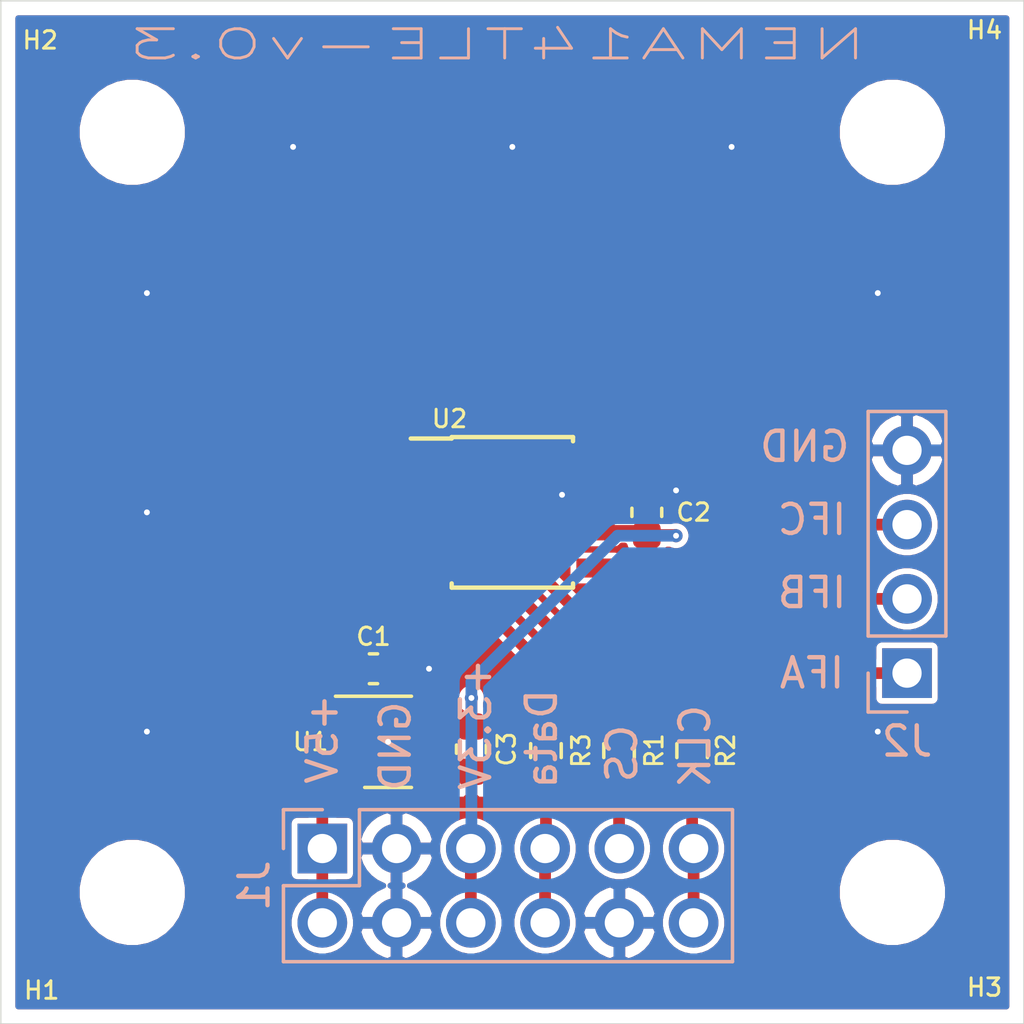
<source format=kicad_pcb>
(kicad_pcb (version 20171130) (host pcbnew 5.1.10-1.fc34)

  (general
    (thickness 1.6)
    (drawings 15)
    (tracks 65)
    (zones 0)
    (modules 14)
    (nets 14)
  )

  (page A4)
  (layers
    (0 F.Cu signal)
    (31 B.Cu signal)
    (32 B.Adhes user)
    (33 F.Adhes user)
    (34 B.Paste user)
    (35 F.Paste user)
    (36 B.SilkS user)
    (37 F.SilkS user)
    (38 B.Mask user)
    (39 F.Mask user)
    (40 Dwgs.User user)
    (41 Cmts.User user)
    (42 Eco1.User user)
    (43 Eco2.User user)
    (44 Edge.Cuts user)
    (45 Margin user)
    (46 B.CrtYd user)
    (47 F.CrtYd user)
    (48 B.Fab user hide)
    (49 F.Fab user hide)
  )

  (setup
    (last_trace_width 0.4)
    (trace_clearance 0.2)
    (zone_clearance 0.508)
    (zone_45_only no)
    (trace_min 0.2)
    (via_size 0.45)
    (via_drill 0.2)
    (via_min_size 0.45)
    (via_min_drill 0.2)
    (uvia_size 0.3)
    (uvia_drill 0.1)
    (uvias_allowed no)
    (uvia_min_size 0.2)
    (uvia_min_drill 0.1)
    (edge_width 0.05)
    (segment_width 0.2)
    (pcb_text_width 0.15)
    (pcb_text_size 1 1)
    (mod_edge_width 0.12)
    (mod_text_size 0.6 0.6)
    (mod_text_width 0.1)
    (pad_size 1.524 1.524)
    (pad_drill 0.762)
    (pad_to_mask_clearance 0)
    (aux_axis_origin 0 0)
    (visible_elements 7FFFFFFF)
    (pcbplotparams
      (layerselection 0x010fc_ffffffff)
      (usegerberextensions false)
      (usegerberattributes true)
      (usegerberadvancedattributes true)
      (creategerberjobfile true)
      (excludeedgelayer true)
      (linewidth 0.100000)
      (plotframeref false)
      (viasonmask false)
      (mode 1)
      (useauxorigin false)
      (hpglpennumber 1)
      (hpglpenspeed 20)
      (hpglpendiameter 15.000000)
      (psnegative false)
      (psa4output false)
      (plotreference true)
      (plotvalue true)
      (plotinvisibletext false)
      (padsonsilk false)
      (subtractmaskfromsilk false)
      (outputformat 1)
      (mirror false)
      (drillshape 0)
      (scaleselection 1)
      (outputdirectory "Gerber/"))
  )

  (net 0 "")
  (net 1 GND)
  (net 2 +5V)
  (net 3 +3V3)
  (net 4 CS_SPI)
  (net 5 "Net-(R1-Pad1)")
  (net 6 CLK_SPI)
  (net 7 "Net-(R2-Pad1)")
  (net 8 Data_SPI)
  (net 9 "Net-(R3-Pad1)")
  (net 10 "Net-(U1-Pad4)")
  (net 11 IFA)
  (net 12 IFB)
  (net 13 IFC)

  (net_class Default "This is the default net class."
    (clearance 0.2)
    (trace_width 0.4)
    (via_dia 0.45)
    (via_drill 0.2)
    (uvia_dia 0.3)
    (uvia_drill 0.1)
    (add_net +3V3)
    (add_net +5V)
    (add_net CLK_SPI)
    (add_net CS_SPI)
    (add_net Data_SPI)
    (add_net GND)
    (add_net IFA)
    (add_net IFB)
    (add_net IFC)
    (add_net "Net-(R1-Pad1)")
    (add_net "Net-(R2-Pad1)")
    (add_net "Net-(R3-Pad1)")
    (add_net "Net-(U1-Pad4)")
  )

  (module Capacitor_SMD:C_0603_1608Metric (layer F.Cu) (tedit 5F68FEEE) (tstamp 60C78FCD)
    (at 112.75 87.85)
    (descr "Capacitor SMD 0603 (1608 Metric), square (rectangular) end terminal, IPC_7351 nominal, (Body size source: IPC-SM-782 page 76, https://www.pcb-3d.com/wordpress/wp-content/uploads/ipc-sm-782a_amendment_1_and_2.pdf), generated with kicad-footprint-generator")
    (tags capacitor)
    (path /60D6436D)
    (attr smd)
    (fp_text reference C1 (at 0 -1.1) (layer F.SilkS)
      (effects (font (size 0.6 0.6) (thickness 0.1)))
    )
    (fp_text value 1u (at 0 1.43) (layer F.Fab)
      (effects (font (size 1 1) (thickness 0.15)))
    )
    (fp_line (start 1.48 0.73) (end -1.48 0.73) (layer F.CrtYd) (width 0.05))
    (fp_line (start 1.48 -0.73) (end 1.48 0.73) (layer F.CrtYd) (width 0.05))
    (fp_line (start -1.48 -0.73) (end 1.48 -0.73) (layer F.CrtYd) (width 0.05))
    (fp_line (start -1.48 0.73) (end -1.48 -0.73) (layer F.CrtYd) (width 0.05))
    (fp_line (start -0.14058 0.51) (end 0.14058 0.51) (layer F.SilkS) (width 0.12))
    (fp_line (start -0.14058 -0.51) (end 0.14058 -0.51) (layer F.SilkS) (width 0.12))
    (fp_line (start 0.8 0.4) (end -0.8 0.4) (layer F.Fab) (width 0.1))
    (fp_line (start 0.8 -0.4) (end 0.8 0.4) (layer F.Fab) (width 0.1))
    (fp_line (start -0.8 -0.4) (end 0.8 -0.4) (layer F.Fab) (width 0.1))
    (fp_line (start -0.8 0.4) (end -0.8 -0.4) (layer F.Fab) (width 0.1))
    (fp_text user %R (at 0 0) (layer F.Fab)
      (effects (font (size 1 1) (thickness 0.15)))
    )
    (pad 2 smd roundrect (at 0.775 0) (size 0.9 0.95) (layers F.Cu F.Paste F.Mask) (roundrect_rratio 0.25)
      (net 1 GND))
    (pad 1 smd roundrect (at -0.775 0) (size 0.9 0.95) (layers F.Cu F.Paste F.Mask) (roundrect_rratio 0.25)
      (net 2 +5V))
    (model ${KISYS3DMOD}/Capacitor_SMD.3dshapes/C_0603_1608Metric.wrl
      (at (xyz 0 0 0))
      (scale (xyz 1 1 1))
      (rotate (xyz 0 0 0))
    )
  )

  (module Connector_PinHeader_2.54mm:PinHeader_2x06_P2.54mm_Vertical (layer B.Cu) (tedit 59FED5CC) (tstamp 60C87955)
    (at 111 94 270)
    (descr "Through hole straight pin header, 2x06, 2.54mm pitch, double rows")
    (tags "Through hole pin header THT 2x06 2.54mm double row")
    (path /60CCD233)
    (fp_text reference J1 (at 1.27 2.33 270) (layer B.SilkS)
      (effects (font (size 1 1) (thickness 0.15)) (justify mirror))
    )
    (fp_text value Conn_02x6_Odd_Even (at 1.27 -15.03 270) (layer B.Fab)
      (effects (font (size 1 1) (thickness 0.15)) (justify mirror))
    )
    (fp_line (start 0 1.27) (end 3.81 1.27) (layer B.Fab) (width 0.1))
    (fp_line (start 3.81 1.27) (end 3.81 -13.97) (layer B.Fab) (width 0.1))
    (fp_line (start 3.81 -13.97) (end -1.27 -13.97) (layer B.Fab) (width 0.1))
    (fp_line (start -1.27 -13.97) (end -1.27 0) (layer B.Fab) (width 0.1))
    (fp_line (start -1.27 0) (end 0 1.27) (layer B.Fab) (width 0.1))
    (fp_line (start -1.33 -14.03) (end 3.87 -14.03) (layer B.SilkS) (width 0.12))
    (fp_line (start -1.33 -1.27) (end -1.33 -14.03) (layer B.SilkS) (width 0.12))
    (fp_line (start 3.87 1.33) (end 3.87 -14.03) (layer B.SilkS) (width 0.12))
    (fp_line (start -1.33 -1.27) (end 1.27 -1.27) (layer B.SilkS) (width 0.12))
    (fp_line (start 1.27 -1.27) (end 1.27 1.33) (layer B.SilkS) (width 0.12))
    (fp_line (start 1.27 1.33) (end 3.87 1.33) (layer B.SilkS) (width 0.12))
    (fp_line (start -1.33 0) (end -1.33 1.33) (layer B.SilkS) (width 0.12))
    (fp_line (start -1.33 1.33) (end 0 1.33) (layer B.SilkS) (width 0.12))
    (fp_line (start -1.8 1.8) (end -1.8 -14.5) (layer B.CrtYd) (width 0.05))
    (fp_line (start -1.8 -14.5) (end 4.35 -14.5) (layer B.CrtYd) (width 0.05))
    (fp_line (start 4.35 -14.5) (end 4.35 1.8) (layer B.CrtYd) (width 0.05))
    (fp_line (start 4.35 1.8) (end -1.8 1.8) (layer B.CrtYd) (width 0.05))
    (fp_text user %R (at 1.27 -6.35) (layer B.Fab)
      (effects (font (size 1 1) (thickness 0.15)) (justify mirror))
    )
    (pad 12 thru_hole oval (at 2.54 -12.7 270) (size 1.7 1.7) (drill 1) (layers *.Cu *.Mask)
      (net 6 CLK_SPI))
    (pad 11 thru_hole oval (at 0 -12.7 270) (size 1.7 1.7) (drill 1) (layers *.Cu *.Mask)
      (net 6 CLK_SPI))
    (pad 10 thru_hole oval (at 2.54 -10.16 270) (size 1.7 1.7) (drill 1) (layers *.Cu *.Mask)
      (net 1 GND))
    (pad 9 thru_hole oval (at 0 -10.16 270) (size 1.7 1.7) (drill 1) (layers *.Cu *.Mask)
      (net 4 CS_SPI))
    (pad 8 thru_hole oval (at 2.54 -7.62 270) (size 1.7 1.7) (drill 1) (layers *.Cu *.Mask)
      (net 8 Data_SPI))
    (pad 7 thru_hole oval (at 0 -7.62 270) (size 1.7 1.7) (drill 1) (layers *.Cu *.Mask)
      (net 8 Data_SPI))
    (pad 6 thru_hole oval (at 2.54 -5.08 270) (size 1.7 1.7) (drill 1) (layers *.Cu *.Mask)
      (net 3 +3V3))
    (pad 5 thru_hole oval (at 0 -5.08 270) (size 1.7 1.7) (drill 1) (layers *.Cu *.Mask)
      (net 3 +3V3))
    (pad 4 thru_hole oval (at 2.54 -2.54 270) (size 1.7 1.7) (drill 1) (layers *.Cu *.Mask)
      (net 1 GND))
    (pad 3 thru_hole oval (at 0 -2.54 270) (size 1.7 1.7) (drill 1) (layers *.Cu *.Mask)
      (net 1 GND))
    (pad 2 thru_hole oval (at 2.54 0 270) (size 1.7 1.7) (drill 1) (layers *.Cu *.Mask)
      (net 2 +5V))
    (pad 1 thru_hole rect (at 0 0 270) (size 1.7 1.7) (drill 1) (layers *.Cu *.Mask)
      (net 2 +5V))
    (model ${KISYS3DMOD}/Connector_PinHeader_2.54mm.3dshapes/PinHeader_2x06_P2.54mm_Vertical.wrl
      (at (xyz 0 0 0))
      (scale (xyz 1 1 1))
      (rotate (xyz 0 0 0))
    )
  )

  (module Connector_PinHeader_2.54mm:PinHeader_1x04_P2.54mm_Vertical (layer B.Cu) (tedit 59FED5CC) (tstamp 60C8766F)
    (at 131 88)
    (descr "Through hole straight pin header, 1x04, 2.54mm pitch, single row")
    (tags "Through hole pin header THT 1x04 2.54mm single row")
    (path /60C87983)
    (fp_text reference J2 (at 0 2.33) (layer B.SilkS)
      (effects (font (size 1 1) (thickness 0.15)) (justify mirror))
    )
    (fp_text value Conn_01x4 (at 0 -9.95) (layer B.Fab)
      (effects (font (size 1 1) (thickness 0.15)) (justify mirror))
    )
    (fp_line (start -0.635 1.27) (end 1.27 1.27) (layer B.Fab) (width 0.1))
    (fp_line (start 1.27 1.27) (end 1.27 -8.89) (layer B.Fab) (width 0.1))
    (fp_line (start 1.27 -8.89) (end -1.27 -8.89) (layer B.Fab) (width 0.1))
    (fp_line (start -1.27 -8.89) (end -1.27 0.635) (layer B.Fab) (width 0.1))
    (fp_line (start -1.27 0.635) (end -0.635 1.27) (layer B.Fab) (width 0.1))
    (fp_line (start -1.33 -8.95) (end 1.33 -8.95) (layer B.SilkS) (width 0.12))
    (fp_line (start -1.33 -1.27) (end -1.33 -8.95) (layer B.SilkS) (width 0.12))
    (fp_line (start 1.33 -1.27) (end 1.33 -8.95) (layer B.SilkS) (width 0.12))
    (fp_line (start -1.33 -1.27) (end 1.33 -1.27) (layer B.SilkS) (width 0.12))
    (fp_line (start -1.33 0) (end -1.33 1.33) (layer B.SilkS) (width 0.12))
    (fp_line (start -1.33 1.33) (end 0 1.33) (layer B.SilkS) (width 0.12))
    (fp_line (start -1.8 1.8) (end -1.8 -9.4) (layer B.CrtYd) (width 0.05))
    (fp_line (start -1.8 -9.4) (end 1.8 -9.4) (layer B.CrtYd) (width 0.05))
    (fp_line (start 1.8 -9.4) (end 1.8 1.8) (layer B.CrtYd) (width 0.05))
    (fp_line (start 1.8 1.8) (end -1.8 1.8) (layer B.CrtYd) (width 0.05))
    (fp_text user %R (at 0 -3.81 -90) (layer B.Fab)
      (effects (font (size 1 1) (thickness 0.15)) (justify mirror))
    )
    (pad 4 thru_hole oval (at 0 -7.62) (size 1.7 1.7) (drill 1) (layers *.Cu *.Mask)
      (net 1 GND))
    (pad 3 thru_hole oval (at 0 -5.08) (size 1.7 1.7) (drill 1) (layers *.Cu *.Mask)
      (net 13 IFC))
    (pad 2 thru_hole oval (at 0 -2.54) (size 1.7 1.7) (drill 1) (layers *.Cu *.Mask)
      (net 12 IFB))
    (pad 1 thru_hole rect (at 0 0) (size 1.7 1.7) (drill 1) (layers *.Cu *.Mask)
      (net 11 IFA))
    (model ${KISYS3DMOD}/Connector_PinHeader_2.54mm.3dshapes/PinHeader_1x04_P2.54mm_Vertical.wrl
      (at (xyz 0 0 0))
      (scale (xyz 1 1 1))
      (rotate (xyz 0 0 0))
    )
  )

  (module MountingHole:MountingHole_3.2mm_M3 (layer F.Cu) (tedit 56D1B4CB) (tstamp 60C77ADA)
    (at 130.5 69.5)
    (descr "Mounting Hole 3.2mm, no annular, M3")
    (tags "mounting hole 3.2mm no annular m3")
    (path /60C99B59)
    (attr virtual)
    (fp_text reference H4 (at 3.15 -3.5) (layer F.SilkS)
      (effects (font (size 0.6 0.6) (thickness 0.1)))
    )
    (fp_text value MountingHole (at 0 4.2) (layer F.Fab)
      (effects (font (size 1 1) (thickness 0.15)))
    )
    (fp_circle (center 0 0) (end 3.45 0) (layer F.CrtYd) (width 0.05))
    (fp_circle (center 0 0) (end 3.2 0) (layer Cmts.User) (width 0.15))
    (fp_text user %R (at 0.3 0) (layer F.Fab)
      (effects (font (size 1 1) (thickness 0.15)))
    )
    (pad 1 np_thru_hole circle (at 0 0) (size 3.2 3.2) (drill 3.2) (layers *.Cu *.Mask))
  )

  (module MountingHole:MountingHole_3.2mm_M3 (layer F.Cu) (tedit 56D1B4CB) (tstamp 60C77AD2)
    (at 130.5 95.5)
    (descr "Mounting Hole 3.2mm, no annular, M3")
    (tags "mounting hole 3.2mm no annular m3")
    (path /60C990E4)
    (attr virtual)
    (fp_text reference H3 (at 3.15 3.25) (layer F.SilkS)
      (effects (font (size 0.6 0.6) (thickness 0.1)))
    )
    (fp_text value MountingHole (at 0 4.2) (layer F.Fab)
      (effects (font (size 1 1) (thickness 0.15)))
    )
    (fp_circle (center 0 0) (end 3.45 0) (layer F.CrtYd) (width 0.05))
    (fp_circle (center 0 0) (end 3.2 0) (layer Cmts.User) (width 0.15))
    (fp_text user %R (at 0.3 0) (layer F.Fab)
      (effects (font (size 1 1) (thickness 0.15)))
    )
    (pad 1 np_thru_hole circle (at 0 0) (size 3.2 3.2) (drill 3.2) (layers *.Cu *.Mask))
  )

  (module MountingHole:MountingHole_3.2mm_M3 (layer F.Cu) (tedit 56D1B4CB) (tstamp 60C77ACA)
    (at 104.5 69.5)
    (descr "Mounting Hole 3.2mm, no annular, M3")
    (tags "mounting hole 3.2mm no annular m3")
    (path /60C9856D)
    (attr virtual)
    (fp_text reference H2 (at -3.15 -3.15) (layer F.SilkS)
      (effects (font (size 0.6 0.6) (thickness 0.1)))
    )
    (fp_text value MountingHole (at 0 4.2) (layer F.Fab)
      (effects (font (size 1 1) (thickness 0.15)))
    )
    (fp_circle (center 0 0) (end 3.45 0) (layer F.CrtYd) (width 0.05))
    (fp_circle (center 0 0) (end 3.2 0) (layer Cmts.User) (width 0.15))
    (fp_text user %R (at 0.3 0) (layer F.Fab)
      (effects (font (size 1 1) (thickness 0.15)))
    )
    (pad 1 np_thru_hole circle (at 0 0) (size 3.2 3.2) (drill 3.2) (layers *.Cu *.Mask))
  )

  (module MountingHole:MountingHole_3.2mm_M3 (layer F.Cu) (tedit 56D1B4CB) (tstamp 60C77AC2)
    (at 104.5 95.5)
    (descr "Mounting Hole 3.2mm, no annular, M3")
    (tags "mounting hole 3.2mm no annular m3")
    (path /60C97C01)
    (attr virtual)
    (fp_text reference H1 (at -3.1 3.35) (layer F.SilkS)
      (effects (font (size 0.6 0.6) (thickness 0.1)))
    )
    (fp_text value MountingHole (at 0 4.2) (layer F.Fab)
      (effects (font (size 1 1) (thickness 0.15)))
    )
    (fp_circle (center 0 0) (end 3.45 0) (layer F.CrtYd) (width 0.05))
    (fp_circle (center 0 0) (end 3.2 0) (layer Cmts.User) (width 0.15))
    (fp_text user %R (at 0.3 0) (layer F.Fab)
      (effects (font (size 1 1) (thickness 0.15)))
    )
    (pad 1 np_thru_hole circle (at 0 0) (size 3.2 3.2) (drill 3.2) (layers *.Cu *.Mask))
  )

  (module Package_SO:Infineon_PG-DSO-8 (layer F.Cu) (tedit 60C61B37) (tstamp 60C7766C)
    (at 117.5 82.5)
    (path /60D23C6F)
    (attr smd)
    (fp_text reference U2 (at -2.15 -3.2) (layer F.SilkS)
      (effects (font (size 0.6 0.6) (thickness 0.1)))
    )
    (fp_text value TLE5012B (at 0 5.1) (layer F.Fab)
      (effects (font (size 1 1) (thickness 0.15)))
    )
    (fp_line (start -2.075 -2.525) (end -3.475 -2.525) (layer F.SilkS) (width 0.15))
    (fp_line (start -3.75 -2.75) (end 3.75 -2.75) (layer F.CrtYd) (width 0.05))
    (fp_line (start 3.75 -2.75) (end 3.75 2.75) (layer F.CrtYd) (width 0.05))
    (fp_line (start -3.75 -2.75) (end -3.75 2.75) (layer F.CrtYd) (width 0.05))
    (fp_line (start -1.95 2.45) (end -1.95 -1.45) (layer F.Fab) (width 0.15))
    (fp_line (start -0.95 -2.45) (end 1.95 -2.45) (layer F.Fab) (width 0.15))
    (fp_line (start -2.075 -2.575) (end -2.075 -2.525) (layer F.SilkS) (width 0.15))
    (fp_line (start 1.95 -2.45) (end 1.95 2.45) (layer F.Fab) (width 0.15))
    (fp_line (start -2.075 2.575) (end -2.075 2.43) (layer F.SilkS) (width 0.15))
    (fp_line (start -3.75 2.75) (end 3.75 2.75) (layer F.CrtYd) (width 0.05))
    (fp_line (start 2.075 -2.575) (end 2.075 -2.43) (layer F.SilkS) (width 0.15))
    (fp_line (start -2.075 2.575) (end 2.075 2.575) (layer F.SilkS) (width 0.15))
    (fp_line (start -2.075 -2.575) (end 2.075 -2.575) (layer F.SilkS) (width 0.15))
    (fp_line (start 2.075 2.575) (end 2.075 2.43) (layer F.SilkS) (width 0.15))
    (fp_line (start 1.95 2.45) (end -1.95 2.45) (layer F.Fab) (width 0.15))
    (fp_line (start -1.95 -1.45) (end -0.95 -2.45) (layer F.Fab) (width 0.15))
    (fp_text user %R (at 0 0) (layer F.Fab)
      (effects (font (size 1 1) (thickness 0.15)))
    )
    (pad 2 smd rect (at -2.845 -0.635) (size 1.31 0.65) (layers F.Cu F.Paste F.Mask)
      (net 7 "Net-(R2-Pad1)"))
    (pad 5 smd rect (at 2.845 1.905) (size 1.31 0.65) (layers F.Cu F.Paste F.Mask)
      (net 11 IFA))
    (pad 7 smd rect (at 2.845 -0.635) (size 1.31 0.65) (layers F.Cu F.Paste F.Mask)
      (net 1 GND))
    (pad 8 smd rect (at 2.845 -1.905) (size 1.31 0.65) (layers F.Cu F.Paste F.Mask)
      (net 12 IFB))
    (pad 3 smd rect (at -2.845 0.635) (size 1.31 0.65) (layers F.Cu F.Paste F.Mask)
      (net 5 "Net-(R1-Pad1)"))
    (pad 4 smd rect (at -2.845 1.905) (size 1.31 0.6) (layers F.Cu F.Paste F.Mask)
      (net 9 "Net-(R3-Pad1)"))
    (pad 6 smd rect (at 2.845 0.635) (size 1.31 0.65) (layers F.Cu F.Paste F.Mask)
      (net 3 +3V3))
    (pad 1 smd rect (at -2.845 -1.905) (size 1.31 0.65) (layers F.Cu F.Paste F.Mask)
      (net 13 IFC))
    (model "${KISYS3DMOD}/Package_SO.3dshapes/Infineon PG-DSO-8.STEP"
      (at (xyz 0 0 0))
      (scale (xyz 1 1 1))
      (rotate (xyz -90 0 0))
    )
  )

  (module Package_TO_SOT_SMD:SOT-23-5 (layer F.Cu) (tedit 5F6F9B37) (tstamp 60C862F4)
    (at 113.25 90.35)
    (descr "SOT, 5 Pin (https://www.jedec.org/sites/default/files/docs/Mo-178c.PDF variant AA), generated with kicad-footprint-generator ipc_gullwing_generator.py")
    (tags "SOT TO_SOT_SMD")
    (path /60D5CA92)
    (attr smd)
    (fp_text reference U1 (at -2.65 0) (layer F.SilkS)
      (effects (font (size 0.6 0.6) (thickness 0.1)))
    )
    (fp_text value ME6211C33M5G-N (at 0 2.4) (layer F.Fab)
      (effects (font (size 1 1) (thickness 0.15)))
    )
    (fp_line (start 2.05 -1.7) (end -2.05 -1.7) (layer F.CrtYd) (width 0.05))
    (fp_line (start 2.05 1.7) (end 2.05 -1.7) (layer F.CrtYd) (width 0.05))
    (fp_line (start -2.05 1.7) (end 2.05 1.7) (layer F.CrtYd) (width 0.05))
    (fp_line (start -2.05 -1.7) (end -2.05 1.7) (layer F.CrtYd) (width 0.05))
    (fp_line (start -0.8 -1.05) (end -0.4 -1.45) (layer F.Fab) (width 0.1))
    (fp_line (start -0.8 1.45) (end -0.8 -1.05) (layer F.Fab) (width 0.1))
    (fp_line (start 0.8 1.45) (end -0.8 1.45) (layer F.Fab) (width 0.1))
    (fp_line (start 0.8 -1.45) (end 0.8 1.45) (layer F.Fab) (width 0.1))
    (fp_line (start -0.4 -1.45) (end 0.8 -1.45) (layer F.Fab) (width 0.1))
    (fp_line (start 0 -1.56) (end -1.8 -1.56) (layer F.SilkS) (width 0.12))
    (fp_line (start 0 -1.56) (end 0.8 -1.56) (layer F.SilkS) (width 0.12))
    (fp_line (start 0 1.56) (end -0.8 1.56) (layer F.SilkS) (width 0.12))
    (fp_line (start 0 1.56) (end 0.8 1.56) (layer F.SilkS) (width 0.12))
    (fp_text user %R (at 0 0) (layer F.Fab)
      (effects (font (size 1 1) (thickness 0.15)))
    )
    (pad 5 smd roundrect (at 1.1375 -0.95) (size 1.325 0.6) (layers F.Cu F.Paste F.Mask) (roundrect_rratio 0.25)
      (net 3 +3V3))
    (pad 4 smd roundrect (at 1.1375 0.95) (size 1.325 0.6) (layers F.Cu F.Paste F.Mask) (roundrect_rratio 0.25)
      (net 10 "Net-(U1-Pad4)"))
    (pad 3 smd roundrect (at -1.1375 0.95) (size 1.325 0.6) (layers F.Cu F.Paste F.Mask) (roundrect_rratio 0.25)
      (net 2 +5V))
    (pad 2 smd roundrect (at -1.1375 0) (size 1.325 0.6) (layers F.Cu F.Paste F.Mask) (roundrect_rratio 0.25)
      (net 1 GND))
    (pad 1 smd roundrect (at -1.1375 -0.95) (size 1.325 0.6) (layers F.Cu F.Paste F.Mask) (roundrect_rratio 0.25)
      (net 2 +5V))
    (model ${KISYS3DMOD}/Package_TO_SOT_SMD.3dshapes/SOT-23-5.wrl
      (at (xyz 0 0 0))
      (scale (xyz 1 1 1))
      (rotate (xyz 0 0 0))
    )
  )

  (module Resistor_SMD:R_0603_1608Metric (layer F.Cu) (tedit 5F68FEEE) (tstamp 60C76FBA)
    (at 118.65 90.65 270)
    (descr "Resistor SMD 0603 (1608 Metric), square (rectangular) end terminal, IPC_7351 nominal, (Body size source: IPC-SM-782 page 72, https://www.pcb-3d.com/wordpress/wp-content/uploads/ipc-sm-782a_amendment_1_and_2.pdf), generated with kicad-footprint-generator")
    (tags resistor)
    (path /60D42E3D)
    (attr smd)
    (fp_text reference R3 (at 0 -1.2 90) (layer F.SilkS)
      (effects (font (size 0.6 0.6) (thickness 0.1)))
    )
    (fp_text value 470R (at 0 1.43 90) (layer F.Fab)
      (effects (font (size 1 1) (thickness 0.15)))
    )
    (fp_line (start 1.48 0.73) (end -1.48 0.73) (layer F.CrtYd) (width 0.05))
    (fp_line (start 1.48 -0.73) (end 1.48 0.73) (layer F.CrtYd) (width 0.05))
    (fp_line (start -1.48 -0.73) (end 1.48 -0.73) (layer F.CrtYd) (width 0.05))
    (fp_line (start -1.48 0.73) (end -1.48 -0.73) (layer F.CrtYd) (width 0.05))
    (fp_line (start -0.237258 0.5225) (end 0.237258 0.5225) (layer F.SilkS) (width 0.12))
    (fp_line (start -0.237258 -0.5225) (end 0.237258 -0.5225) (layer F.SilkS) (width 0.12))
    (fp_line (start 0.8 0.4125) (end -0.8 0.4125) (layer F.Fab) (width 0.1))
    (fp_line (start 0.8 -0.4125) (end 0.8 0.4125) (layer F.Fab) (width 0.1))
    (fp_line (start -0.8 -0.4125) (end 0.8 -0.4125) (layer F.Fab) (width 0.1))
    (fp_line (start -0.8 0.4125) (end -0.8 -0.4125) (layer F.Fab) (width 0.1))
    (fp_text user %R (at 0 0 90) (layer F.Fab)
      (effects (font (size 1 1) (thickness 0.15)))
    )
    (pad 2 smd roundrect (at 0.825 0 270) (size 0.8 0.95) (layers F.Cu F.Paste F.Mask) (roundrect_rratio 0.25)
      (net 8 Data_SPI))
    (pad 1 smd roundrect (at -0.825 0 270) (size 0.8 0.95) (layers F.Cu F.Paste F.Mask) (roundrect_rratio 0.25)
      (net 9 "Net-(R3-Pad1)"))
    (model ${KISYS3DMOD}/Resistor_SMD.3dshapes/R_0603_1608Metric.wrl
      (at (xyz 0 0 0))
      (scale (xyz 1 1 1))
      (rotate (xyz 0 0 0))
    )
  )

  (module Resistor_SMD:R_0603_1608Metric (layer F.Cu) (tedit 5F68FEEE) (tstamp 60C776DD)
    (at 123.65 90.65 270)
    (descr "Resistor SMD 0603 (1608 Metric), square (rectangular) end terminal, IPC_7351 nominal, (Body size source: IPC-SM-782 page 72, https://www.pcb-3d.com/wordpress/wp-content/uploads/ipc-sm-782a_amendment_1_and_2.pdf), generated with kicad-footprint-generator")
    (tags resistor)
    (path /60D3F382)
    (attr smd)
    (fp_text reference R2 (at 0 -1.15 90) (layer F.SilkS)
      (effects (font (size 0.6 0.6) (thickness 0.1)))
    )
    (fp_text value 100R (at 0 1.43 90) (layer F.Fab)
      (effects (font (size 1 1) (thickness 0.15)))
    )
    (fp_line (start 1.48 0.73) (end -1.48 0.73) (layer F.CrtYd) (width 0.05))
    (fp_line (start 1.48 -0.73) (end 1.48 0.73) (layer F.CrtYd) (width 0.05))
    (fp_line (start -1.48 -0.73) (end 1.48 -0.73) (layer F.CrtYd) (width 0.05))
    (fp_line (start -1.48 0.73) (end -1.48 -0.73) (layer F.CrtYd) (width 0.05))
    (fp_line (start -0.237258 0.5225) (end 0.237258 0.5225) (layer F.SilkS) (width 0.12))
    (fp_line (start -0.237258 -0.5225) (end 0.237258 -0.5225) (layer F.SilkS) (width 0.12))
    (fp_line (start 0.8 0.4125) (end -0.8 0.4125) (layer F.Fab) (width 0.1))
    (fp_line (start 0.8 -0.4125) (end 0.8 0.4125) (layer F.Fab) (width 0.1))
    (fp_line (start -0.8 -0.4125) (end 0.8 -0.4125) (layer F.Fab) (width 0.1))
    (fp_line (start -0.8 0.4125) (end -0.8 -0.4125) (layer F.Fab) (width 0.1))
    (fp_text user %R (at 0 0 90) (layer F.Fab)
      (effects (font (size 1 1) (thickness 0.15)))
    )
    (pad 2 smd roundrect (at 0.825 0 270) (size 0.8 0.95) (layers F.Cu F.Paste F.Mask) (roundrect_rratio 0.25)
      (net 6 CLK_SPI))
    (pad 1 smd roundrect (at -0.825 0 270) (size 0.8 0.95) (layers F.Cu F.Paste F.Mask) (roundrect_rratio 0.25)
      (net 7 "Net-(R2-Pad1)"))
    (model ${KISYS3DMOD}/Resistor_SMD.3dshapes/R_0603_1608Metric.wrl
      (at (xyz 0 0 0))
      (scale (xyz 1 1 1))
      (rotate (xyz 0 0 0))
    )
  )

  (module Resistor_SMD:R_0603_1608Metric (layer F.Cu) (tedit 5F68FEEE) (tstamp 60C76F98)
    (at 121.15 90.65 270)
    (descr "Resistor SMD 0603 (1608 Metric), square (rectangular) end terminal, IPC_7351 nominal, (Body size source: IPC-SM-782 page 72, https://www.pcb-3d.com/wordpress/wp-content/uploads/ipc-sm-782a_amendment_1_and_2.pdf), generated with kicad-footprint-generator")
    (tags resistor)
    (path /60D3E512)
    (attr smd)
    (fp_text reference R1 (at 0 -1.2 90) (layer F.SilkS)
      (effects (font (size 0.6 0.6) (thickness 0.1)))
    )
    (fp_text value 100R (at 0 1.43 90) (layer F.Fab)
      (effects (font (size 1 1) (thickness 0.15)))
    )
    (fp_line (start 1.48 0.73) (end -1.48 0.73) (layer F.CrtYd) (width 0.05))
    (fp_line (start 1.48 -0.73) (end 1.48 0.73) (layer F.CrtYd) (width 0.05))
    (fp_line (start -1.48 -0.73) (end 1.48 -0.73) (layer F.CrtYd) (width 0.05))
    (fp_line (start -1.48 0.73) (end -1.48 -0.73) (layer F.CrtYd) (width 0.05))
    (fp_line (start -0.237258 0.5225) (end 0.237258 0.5225) (layer F.SilkS) (width 0.12))
    (fp_line (start -0.237258 -0.5225) (end 0.237258 -0.5225) (layer F.SilkS) (width 0.12))
    (fp_line (start 0.8 0.4125) (end -0.8 0.4125) (layer F.Fab) (width 0.1))
    (fp_line (start 0.8 -0.4125) (end 0.8 0.4125) (layer F.Fab) (width 0.1))
    (fp_line (start -0.8 -0.4125) (end 0.8 -0.4125) (layer F.Fab) (width 0.1))
    (fp_line (start -0.8 0.4125) (end -0.8 -0.4125) (layer F.Fab) (width 0.1))
    (fp_text user %R (at 0 0 90) (layer F.Fab)
      (effects (font (size 1 1) (thickness 0.15)))
    )
    (pad 2 smd roundrect (at 0.825 0 270) (size 0.8 0.95) (layers F.Cu F.Paste F.Mask) (roundrect_rratio 0.25)
      (net 4 CS_SPI))
    (pad 1 smd roundrect (at -0.825 0 270) (size 0.8 0.95) (layers F.Cu F.Paste F.Mask) (roundrect_rratio 0.25)
      (net 5 "Net-(R1-Pad1)"))
    (model ${KISYS3DMOD}/Resistor_SMD.3dshapes/R_0603_1608Metric.wrl
      (at (xyz 0 0 0))
      (scale (xyz 1 1 1))
      (rotate (xyz 0 0 0))
    )
  )

  (module Capacitor_SMD:C_0603_1608Metric (layer F.Cu) (tedit 5F68FEEE) (tstamp 60C78F3A)
    (at 116.1 90.6 270)
    (descr "Capacitor SMD 0603 (1608 Metric), square (rectangular) end terminal, IPC_7351 nominal, (Body size source: IPC-SM-782 page 76, https://www.pcb-3d.com/wordpress/wp-content/uploads/ipc-sm-782a_amendment_1_and_2.pdf), generated with kicad-footprint-generator")
    (tags capacitor)
    (path /60D68B14)
    (attr smd)
    (fp_text reference C3 (at 0 -1.2 90) (layer F.SilkS)
      (effects (font (size 0.6 0.6) (thickness 0.1)))
    )
    (fp_text value 1u (at 0 1.43 90) (layer F.Fab)
      (effects (font (size 1 1) (thickness 0.15)))
    )
    (fp_line (start 1.48 0.73) (end -1.48 0.73) (layer F.CrtYd) (width 0.05))
    (fp_line (start 1.48 -0.73) (end 1.48 0.73) (layer F.CrtYd) (width 0.05))
    (fp_line (start -1.48 -0.73) (end 1.48 -0.73) (layer F.CrtYd) (width 0.05))
    (fp_line (start -1.48 0.73) (end -1.48 -0.73) (layer F.CrtYd) (width 0.05))
    (fp_line (start -0.14058 0.51) (end 0.14058 0.51) (layer F.SilkS) (width 0.12))
    (fp_line (start -0.14058 -0.51) (end 0.14058 -0.51) (layer F.SilkS) (width 0.12))
    (fp_line (start 0.8 0.4) (end -0.8 0.4) (layer F.Fab) (width 0.1))
    (fp_line (start 0.8 -0.4) (end 0.8 0.4) (layer F.Fab) (width 0.1))
    (fp_line (start -0.8 -0.4) (end 0.8 -0.4) (layer F.Fab) (width 0.1))
    (fp_line (start -0.8 0.4) (end -0.8 -0.4) (layer F.Fab) (width 0.1))
    (fp_text user %R (at 0 0 90) (layer F.Fab)
      (effects (font (size 1 1) (thickness 0.15)))
    )
    (pad 2 smd roundrect (at 0.775 0 270) (size 0.9 0.95) (layers F.Cu F.Paste F.Mask) (roundrect_rratio 0.25)
      (net 1 GND))
    (pad 1 smd roundrect (at -0.775 0 270) (size 0.9 0.95) (layers F.Cu F.Paste F.Mask) (roundrect_rratio 0.25)
      (net 3 +3V3))
    (model ${KISYS3DMOD}/Capacitor_SMD.3dshapes/C_0603_1608Metric.wrl
      (at (xyz 0 0 0))
      (scale (xyz 1 1 1))
      (rotate (xyz 0 0 0))
    )
  )

  (module Capacitor_SMD:C_0603_1608Metric (layer F.Cu) (tedit 5F68FEEE) (tstamp 60C76F76)
    (at 122.1 82.5 90)
    (descr "Capacitor SMD 0603 (1608 Metric), square (rectangular) end terminal, IPC_7351 nominal, (Body size source: IPC-SM-782 page 76, https://www.pcb-3d.com/wordpress/wp-content/uploads/ipc-sm-782a_amendment_1_and_2.pdf), generated with kicad-footprint-generator")
    (tags capacitor)
    (path /60D24D47)
    (attr smd)
    (fp_text reference C2 (at 0 1.6 180) (layer F.SilkS)
      (effects (font (size 0.6 0.6) (thickness 0.1)))
    )
    (fp_text value 100n (at 0 1.43 90) (layer F.Fab)
      (effects (font (size 1 1) (thickness 0.15)))
    )
    (fp_line (start 1.48 0.73) (end -1.48 0.73) (layer F.CrtYd) (width 0.05))
    (fp_line (start 1.48 -0.73) (end 1.48 0.73) (layer F.CrtYd) (width 0.05))
    (fp_line (start -1.48 -0.73) (end 1.48 -0.73) (layer F.CrtYd) (width 0.05))
    (fp_line (start -1.48 0.73) (end -1.48 -0.73) (layer F.CrtYd) (width 0.05))
    (fp_line (start -0.14058 0.51) (end 0.14058 0.51) (layer F.SilkS) (width 0.12))
    (fp_line (start -0.14058 -0.51) (end 0.14058 -0.51) (layer F.SilkS) (width 0.12))
    (fp_line (start 0.8 0.4) (end -0.8 0.4) (layer F.Fab) (width 0.1))
    (fp_line (start 0.8 -0.4) (end 0.8 0.4) (layer F.Fab) (width 0.1))
    (fp_line (start -0.8 -0.4) (end 0.8 -0.4) (layer F.Fab) (width 0.1))
    (fp_line (start -0.8 0.4) (end -0.8 -0.4) (layer F.Fab) (width 0.1))
    (fp_text user %R (at 0 0 90) (layer F.Fab)
      (effects (font (size 1 1) (thickness 0.15)))
    )
    (pad 2 smd roundrect (at 0.775 0 90) (size 0.9 0.95) (layers F.Cu F.Paste F.Mask) (roundrect_rratio 0.25)
      (net 1 GND))
    (pad 1 smd roundrect (at -0.775 0 90) (size 0.9 0.95) (layers F.Cu F.Paste F.Mask) (roundrect_rratio 0.25)
      (net 3 +3V3))
    (model ${KISYS3DMOD}/Capacitor_SMD.3dshapes/C_0603_1608Metric.wrl
      (at (xyz 0 0 0))
      (scale (xyz 1 1 1))
      (rotate (xyz 0 0 0))
    )
  )

  (gr_text NEMA14TLE-v0.3 (at 117 66.5) (layer B.SilkS)
    (effects (font (size 1 2) (thickness 0.1)) (justify mirror))
  )
  (gr_text +3.3V (at 116.25 89.75 90) (layer B.SilkS)
    (effects (font (size 1 1) (thickness 0.15)) (justify mirror))
  )
  (gr_text IFC (at 127.75 82.75) (layer B.SilkS)
    (effects (font (size 1 1) (thickness 0.15)) (justify mirror))
  )
  (gr_text IFB (at 127.75 85.25) (layer B.SilkS)
    (effects (font (size 1 1) (thickness 0.15)) (justify mirror))
  )
  (gr_text IFA (at 127.75 88) (layer B.SilkS)
    (effects (font (size 1 1) (thickness 0.15)) (justify mirror))
  )
  (gr_text CLK (at 123.75 90.5 90) (layer B.SilkS)
    (effects (font (size 1 1) (thickness 0.15)) (justify mirror))
  )
  (gr_text CS (at 121.25 90.75 90) (layer B.SilkS)
    (effects (font (size 1 1) (thickness 0.15)) (justify mirror))
  )
  (gr_text Data (at 118.5 90.25 90) (layer B.SilkS)
    (effects (font (size 1 1) (thickness 0.15)) (justify mirror))
  )
  (gr_text +5V (at 111 90.25 90) (layer B.SilkS)
    (effects (font (size 1 1) (thickness 0.15)) (justify mirror))
  )
  (gr_text GND (at 113.5 90.5 90) (layer B.SilkS) (tstamp 60C7A333)
    (effects (font (size 1 1) (thickness 0.15)) (justify mirror))
  )
  (gr_text GND (at 127.5 80.25) (layer B.SilkS)
    (effects (font (size 1 1) (thickness 0.15)) (justify mirror))
  )
  (gr_line (start 100 65) (end 100 100) (layer Edge.Cuts) (width 0.05) (tstamp 60C7756A))
  (gr_line (start 135 65) (end 100 65) (layer Edge.Cuts) (width 0.05))
  (gr_line (start 135 100) (end 135 65) (layer Edge.Cuts) (width 0.05))
  (gr_line (start 100 100) (end 135 100) (layer Edge.Cuts) (width 0.05))

  (via (at 119.2 81.9) (size 0.45) (drill 0.2) (layers F.Cu B.Cu) (net 1))
  (segment (start 121.96 81.865) (end 122.1 81.725) (width 0.4) (layer F.Cu) (net 1))
  (segment (start 120.345 81.865) (end 121.96 81.865) (width 0.4) (layer F.Cu) (net 1))
  (via (at 113.25 90.35) (size 0.45) (drill 0.2) (layers F.Cu B.Cu) (net 1))
  (segment (start 113.54 94) (end 113.54 96.54) (width 0.4) (layer F.Cu) (net 1))
  (via (at 123.1 81.75) (size 0.45) (drill 0.2) (layers F.Cu B.Cu) (net 1))
  (via (at 114.65 87.85) (size 0.45) (drill 0.2) (layers F.Cu B.Cu) (net 1))
  (via (at 105 75) (size 0.45) (drill 0.2) (layers F.Cu B.Cu) (net 1))
  (via (at 105 82.5) (size 0.45) (drill 0.2) (layers F.Cu B.Cu) (net 1))
  (via (at 105 90) (size 0.45) (drill 0.2) (layers F.Cu B.Cu) (net 1))
  (via (at 110 70) (size 0.45) (drill 0.2) (layers F.Cu B.Cu) (net 1))
  (via (at 125 70) (size 0.45) (drill 0.2) (layers F.Cu B.Cu) (net 1))
  (via (at 130 75) (size 0.45) (drill 0.2) (layers F.Cu B.Cu) (net 1))
  (via (at 117.5 70) (size 0.45) (drill 0.2) (layers F.Cu B.Cu) (net 1))
  (via (at 130 90) (size 0.45) (drill 0.2) (layers F.Cu B.Cu) (net 1))
  (segment (start 111 94) (end 111 96.54) (width 0.4) (layer F.Cu) (net 2))
  (segment (start 111.55 87.85) (end 111.975 87.85) (width 0.4) (layer F.Cu) (net 2))
  (segment (start 111 88.4) (end 111.55 87.85) (width 0.4) (layer F.Cu) (net 2))
  (segment (start 112.1125 89.4) (end 111 89.4) (width 0.4) (layer F.Cu) (net 2))
  (segment (start 111 89.4) (end 111 88.4) (width 0.4) (layer F.Cu) (net 2))
  (segment (start 112.1125 91.3) (end 111 91.3) (width 0.4) (layer F.Cu) (net 2))
  (segment (start 111 91.3) (end 111 89.4) (width 0.4) (layer F.Cu) (net 2))
  (segment (start 111 94) (end 111 91.3) (width 0.4) (layer F.Cu) (net 2))
  (via (at 123.1 83.3) (size 0.45) (drill 0.2) (layers F.Cu B.Cu) (net 3))
  (via (at 116.1 88.85) (size 0.45) (drill 0.2) (layers F.Cu B.Cu) (net 3))
  (segment (start 121.96 83.135) (end 122.1 83.275) (width 0.4) (layer F.Cu) (net 3))
  (segment (start 120.345 83.135) (end 121.96 83.135) (width 0.4) (layer F.Cu) (net 3))
  (segment (start 116.08 94) (end 116.08 96.54) (width 0.4) (layer F.Cu) (net 3))
  (segment (start 116.1 88.85) (end 116.1 89.825) (width 0.4) (layer F.Cu) (net 3))
  (segment (start 115.675 89.4) (end 116.1 89.825) (width 0.4) (layer F.Cu) (net 3))
  (segment (start 114.3875 89.4) (end 115.675 89.4) (width 0.4) (layer F.Cu) (net 3))
  (segment (start 116.1 93.98) (end 116.08 94) (width 0.4) (layer B.Cu) (net 3))
  (segment (start 116.1 88.85) (end 116.1 93.98) (width 0.4) (layer B.Cu) (net 3))
  (segment (start 123.075 83.275) (end 123.1 83.3) (width 0.4) (layer F.Cu) (net 3))
  (segment (start 122.1 83.275) (end 123.075 83.275) (width 0.4) (layer F.Cu) (net 3))
  (segment (start 121.1 83.3) (end 123.1 83.3) (width 0.4) (layer B.Cu) (net 3))
  (segment (start 116.1 88.3) (end 121.1 83.3) (width 0.4) (layer B.Cu) (net 3))
  (segment (start 116.1 88.85) (end 116.1 88.3) (width 0.4) (layer B.Cu) (net 3))
  (segment (start 121.15 93.99) (end 121.16 94) (width 0.4) (layer F.Cu) (net 4))
  (segment (start 121.15 91.475) (end 121.15 93.99) (width 0.4) (layer F.Cu) (net 4))
  (segment (start 115.485 83.135) (end 114.655 83.135) (width 0.4) (layer F.Cu) (net 5))
  (segment (start 121.15 88.8) (end 115.485 83.135) (width 0.4) (layer F.Cu) (net 5))
  (segment (start 121.15 89.825) (end 121.15 88.8) (width 0.4) (layer F.Cu) (net 5))
  (segment (start 123.7 94) (end 123.7 96.54) (width 0.4) (layer F.Cu) (net 6))
  (segment (start 123.65 93.95) (end 123.7 94) (width 0.4) (layer F.Cu) (net 6))
  (segment (start 123.65 91.475) (end 123.65 93.95) (width 0.4) (layer F.Cu) (net 6))
  (segment (start 115.69 81.865) (end 114.655 81.865) (width 0.4) (layer F.Cu) (net 7))
  (segment (start 123.65 89.825) (end 115.69 81.865) (width 0.4) (layer F.Cu) (net 7))
  (segment (start 118.62 94) (end 118.62 96.54) (width 0.4) (layer F.Cu) (net 8))
  (segment (start 118.65 93.97) (end 118.62 94) (width 0.4) (layer F.Cu) (net 8))
  (segment (start 118.65 91.475) (end 118.65 93.97) (width 0.4) (layer F.Cu) (net 8))
  (segment (start 115.205 84.405) (end 114.655 84.405) (width 0.4) (layer F.Cu) (net 9))
  (segment (start 118.65 87.85) (end 115.205 84.405) (width 0.4) (layer F.Cu) (net 9))
  (segment (start 118.65 89.825) (end 118.65 87.85) (width 0.4) (layer F.Cu) (net 9))
  (segment (start 125.9 88) (end 131 88) (width 0.4) (layer F.Cu) (net 11))
  (segment (start 122.305 84.405) (end 125.9 88) (width 0.4) (layer F.Cu) (net 11))
  (segment (start 120.345 84.405) (end 122.305 84.405) (width 0.4) (layer F.Cu) (net 11))
  (segment (start 128.36 85.46) (end 131 85.46) (width 0.4) (layer F.Cu) (net 12))
  (segment (start 123.495 80.595) (end 128.36 85.46) (width 0.4) (layer F.Cu) (net 12))
  (segment (start 120.345 80.595) (end 123.495 80.595) (width 0.4) (layer F.Cu) (net 12))
  (segment (start 128.62 82.92) (end 131 82.92) (width 0.4) (layer F.Cu) (net 13))
  (segment (start 124.8 79.1) (end 128.62 82.92) (width 0.4) (layer F.Cu) (net 13))
  (segment (start 117.2 79.1) (end 124.8 79.1) (width 0.4) (layer F.Cu) (net 13))
  (segment (start 115.705 80.595) (end 117.2 79.1) (width 0.4) (layer F.Cu) (net 13))
  (segment (start 114.655 80.595) (end 115.705 80.595) (width 0.4) (layer F.Cu) (net 13))

  (zone (net 1) (net_name GND) (layer F.Cu) (tstamp 60C84EF0) (hatch edge 0.508)
    (connect_pads (clearance 0.2))
    (min_thickness 0.2)
    (fill yes (arc_segments 32) (thermal_gap 0.4) (thermal_bridge_width 0.4))
    (polygon
      (pts
        (xy 134.5 99.5) (xy 100.5 99.5) (xy 100.5 65.5) (xy 134.5 65.5)
      )
    )
    (filled_polygon
      (pts
        (xy 134.4 99.4) (xy 100.6 99.4) (xy 100.6 95.312866) (xy 102.6 95.312866) (xy 102.6 95.687134)
        (xy 102.673016 96.054209) (xy 102.816242 96.399987) (xy 103.024174 96.711179) (xy 103.288821 96.975826) (xy 103.600013 97.183758)
        (xy 103.945791 97.326984) (xy 104.312866 97.4) (xy 104.687134 97.4) (xy 105.054209 97.326984) (xy 105.399987 97.183758)
        (xy 105.711179 96.975826) (xy 105.975826 96.711179) (xy 106.183758 96.399987) (xy 106.326984 96.054209) (xy 106.4 95.687134)
        (xy 106.4 95.312866) (xy 106.326984 94.945791) (xy 106.183758 94.600013) (xy 105.975826 94.288821) (xy 105.711179 94.024174)
        (xy 105.399987 93.816242) (xy 105.054209 93.673016) (xy 104.687134 93.6) (xy 104.312866 93.6) (xy 103.945791 93.673016)
        (xy 103.600013 93.816242) (xy 103.288821 94.024174) (xy 103.024174 94.288821) (xy 102.816242 94.600013) (xy 102.673016 94.945791)
        (xy 102.6 95.312866) (xy 100.6 95.312866) (xy 100.6 93.15) (xy 109.848549 93.15) (xy 109.848549 94.85)
        (xy 109.854341 94.90881) (xy 109.871496 94.96536) (xy 109.899353 95.017477) (xy 109.936842 95.063158) (xy 109.982523 95.100647)
        (xy 110.03464 95.128504) (xy 110.09119 95.145659) (xy 110.15 95.151451) (xy 110.5 95.151451) (xy 110.500001 95.502356)
        (xy 110.455271 95.520884) (xy 110.266918 95.646737) (xy 110.106737 95.806918) (xy 109.980884 95.995271) (xy 109.894194 96.204557)
        (xy 109.85 96.426735) (xy 109.85 96.653265) (xy 109.894194 96.875443) (xy 109.980884 97.084729) (xy 110.106737 97.273082)
        (xy 110.266918 97.433263) (xy 110.455271 97.559116) (xy 110.664557 97.645806) (xy 110.886735 97.69) (xy 111.113265 97.69)
        (xy 111.335443 97.645806) (xy 111.544729 97.559116) (xy 111.733082 97.433263) (xy 111.893263 97.273082) (xy 112.019116 97.084729)
        (xy 112.105806 96.875443) (xy 112.110991 96.849376) (xy 112.225924 96.849376) (xy 112.31153 97.099795) (xy 112.444345 97.328701)
        (xy 112.619266 97.527298) (xy 112.82957 97.687954) (xy 113.067175 97.804494) (xy 113.230625 97.854072) (xy 113.44 97.760912)
        (xy 113.44 96.64) (xy 113.64 96.64) (xy 113.64 97.760912) (xy 113.849375 97.854072) (xy 114.012825 97.804494)
        (xy 114.25043 97.687954) (xy 114.460734 97.527298) (xy 114.635655 97.328701) (xy 114.76847 97.099795) (xy 114.854076 96.849376)
        (xy 114.761295 96.64) (xy 113.64 96.64) (xy 113.44 96.64) (xy 112.318705 96.64) (xy 112.225924 96.849376)
        (xy 112.110991 96.849376) (xy 112.15 96.653265) (xy 112.15 96.426735) (xy 112.105806 96.204557) (xy 112.019116 95.995271)
        (xy 111.893263 95.806918) (xy 111.733082 95.646737) (xy 111.544729 95.520884) (xy 111.5 95.502356) (xy 111.5 95.151451)
        (xy 111.85 95.151451) (xy 111.90881 95.145659) (xy 111.96536 95.128504) (xy 112.017477 95.100647) (xy 112.063158 95.063158)
        (xy 112.100647 95.017477) (xy 112.128504 94.96536) (xy 112.145659 94.90881) (xy 112.151451 94.85) (xy 112.151451 94.309376)
        (xy 112.225924 94.309376) (xy 112.31153 94.559795) (xy 112.444345 94.788701) (xy 112.619266 94.987298) (xy 112.82957 95.147954)
        (xy 113.067175 95.264494) (xy 113.085327 95.27) (xy 113.067175 95.275506) (xy 112.82957 95.392046) (xy 112.619266 95.552702)
        (xy 112.444345 95.751299) (xy 112.31153 95.980205) (xy 112.225924 96.230624) (xy 112.318705 96.44) (xy 113.44 96.44)
        (xy 113.44 95.319088) (xy 113.329676 95.27) (xy 113.44 95.220912) (xy 113.44 94.1) (xy 113.64 94.1)
        (xy 113.64 95.220912) (xy 113.750324 95.27) (xy 113.64 95.319088) (xy 113.64 96.44) (xy 114.761295 96.44)
        (xy 114.854076 96.230624) (xy 114.76847 95.980205) (xy 114.635655 95.751299) (xy 114.460734 95.552702) (xy 114.25043 95.392046)
        (xy 114.012825 95.275506) (xy 113.994673 95.27) (xy 114.012825 95.264494) (xy 114.25043 95.147954) (xy 114.460734 94.987298)
        (xy 114.635655 94.788701) (xy 114.76847 94.559795) (xy 114.854076 94.309376) (xy 114.761295 94.1) (xy 113.64 94.1)
        (xy 113.44 94.1) (xy 112.318705 94.1) (xy 112.225924 94.309376) (xy 112.151451 94.309376) (xy 112.151451 93.690624)
        (xy 112.225924 93.690624) (xy 112.318705 93.9) (xy 113.44 93.9) (xy 113.44 92.779088) (xy 113.64 92.779088)
        (xy 113.64 93.9) (xy 114.761295 93.9) (xy 114.767173 93.886735) (xy 114.93 93.886735) (xy 114.93 94.113265)
        (xy 114.974194 94.335443) (xy 115.060884 94.544729) (xy 115.186737 94.733082) (xy 115.346918 94.893263) (xy 115.535271 95.019116)
        (xy 115.58 95.037644) (xy 115.580001 95.502356) (xy 115.535271 95.520884) (xy 115.346918 95.646737) (xy 115.186737 95.806918)
        (xy 115.060884 95.995271) (xy 114.974194 96.204557) (xy 114.93 96.426735) (xy 114.93 96.653265) (xy 114.974194 96.875443)
        (xy 115.060884 97.084729) (xy 115.186737 97.273082) (xy 115.346918 97.433263) (xy 115.535271 97.559116) (xy 115.744557 97.645806)
        (xy 115.966735 97.69) (xy 116.193265 97.69) (xy 116.415443 97.645806) (xy 116.624729 97.559116) (xy 116.813082 97.433263)
        (xy 116.973263 97.273082) (xy 117.099116 97.084729) (xy 117.185806 96.875443) (xy 117.23 96.653265) (xy 117.23 96.426735)
        (xy 117.185806 96.204557) (xy 117.099116 95.995271) (xy 116.973263 95.806918) (xy 116.813082 95.646737) (xy 116.624729 95.520884)
        (xy 116.58 95.502356) (xy 116.58 95.037644) (xy 116.624729 95.019116) (xy 116.813082 94.893263) (xy 116.973263 94.733082)
        (xy 117.099116 94.544729) (xy 117.185806 94.335443) (xy 117.23 94.113265) (xy 117.23 93.886735) (xy 117.47 93.886735)
        (xy 117.47 94.113265) (xy 117.514194 94.335443) (xy 117.600884 94.544729) (xy 117.726737 94.733082) (xy 117.886918 94.893263)
        (xy 118.075271 95.019116) (xy 118.12 95.037644) (xy 118.120001 95.502356) (xy 118.075271 95.520884) (xy 117.886918 95.646737)
        (xy 117.726737 95.806918) (xy 117.600884 95.995271) (xy 117.514194 96.204557) (xy 117.47 96.426735) (xy 117.47 96.653265)
        (xy 117.514194 96.875443) (xy 117.600884 97.084729) (xy 117.726737 97.273082) (xy 117.886918 97.433263) (xy 118.075271 97.559116)
        (xy 118.284557 97.645806) (xy 118.506735 97.69) (xy 118.733265 97.69) (xy 118.955443 97.645806) (xy 119.164729 97.559116)
        (xy 119.353082 97.433263) (xy 119.513263 97.273082) (xy 119.639116 97.084729) (xy 119.725806 96.875443) (xy 119.730991 96.849376)
        (xy 119.845924 96.849376) (xy 119.93153 97.099795) (xy 120.064345 97.328701) (xy 120.239266 97.527298) (xy 120.44957 97.687954)
        (xy 120.687175 97.804494) (xy 120.850625 97.854072) (xy 121.06 97.760912) (xy 121.06 96.64) (xy 121.26 96.64)
        (xy 121.26 97.760912) (xy 121.469375 97.854072) (xy 121.632825 97.804494) (xy 121.87043 97.687954) (xy 122.080734 97.527298)
        (xy 122.255655 97.328701) (xy 122.38847 97.099795) (xy 122.474076 96.849376) (xy 122.381295 96.64) (xy 121.26 96.64)
        (xy 121.06 96.64) (xy 119.938705 96.64) (xy 119.845924 96.849376) (xy 119.730991 96.849376) (xy 119.77 96.653265)
        (xy 119.77 96.426735) (xy 119.730992 96.230624) (xy 119.845924 96.230624) (xy 119.938705 96.44) (xy 121.06 96.44)
        (xy 121.06 95.319088) (xy 121.26 95.319088) (xy 121.26 96.44) (xy 122.381295 96.44) (xy 122.474076 96.230624)
        (xy 122.38847 95.980205) (xy 122.255655 95.751299) (xy 122.080734 95.552702) (xy 121.87043 95.392046) (xy 121.632825 95.275506)
        (xy 121.469375 95.225928) (xy 121.26 95.319088) (xy 121.06 95.319088) (xy 120.850625 95.225928) (xy 120.687175 95.275506)
        (xy 120.44957 95.392046) (xy 120.239266 95.552702) (xy 120.064345 95.751299) (xy 119.93153 95.980205) (xy 119.845924 96.230624)
        (xy 119.730992 96.230624) (xy 119.725806 96.204557) (xy 119.639116 95.995271) (xy 119.513263 95.806918) (xy 119.353082 95.646737)
        (xy 119.164729 95.520884) (xy 119.12 95.502356) (xy 119.12 95.037644) (xy 119.164729 95.019116) (xy 119.353082 94.893263)
        (xy 119.513263 94.733082) (xy 119.639116 94.544729) (xy 119.725806 94.335443) (xy 119.77 94.113265) (xy 119.77 93.886735)
        (xy 120.01 93.886735) (xy 120.01 94.113265) (xy 120.054194 94.335443) (xy 120.140884 94.544729) (xy 120.266737 94.733082)
        (xy 120.426918 94.893263) (xy 120.615271 95.019116) (xy 120.824557 95.105806) (xy 121.046735 95.15) (xy 121.273265 95.15)
        (xy 121.495443 95.105806) (xy 121.704729 95.019116) (xy 121.893082 94.893263) (xy 122.053263 94.733082) (xy 122.179116 94.544729)
        (xy 122.265806 94.335443) (xy 122.31 94.113265) (xy 122.31 93.886735) (xy 122.55 93.886735) (xy 122.55 94.113265)
        (xy 122.594194 94.335443) (xy 122.680884 94.544729) (xy 122.806737 94.733082) (xy 122.966918 94.893263) (xy 123.155271 95.019116)
        (xy 123.2 95.037644) (xy 123.200001 95.502356) (xy 123.155271 95.520884) (xy 122.966918 95.646737) (xy 122.806737 95.806918)
        (xy 122.680884 95.995271) (xy 122.594194 96.204557) (xy 122.55 96.426735) (xy 122.55 96.653265) (xy 122.594194 96.875443)
        (xy 122.680884 97.084729) (xy 122.806737 97.273082) (xy 122.966918 97.433263) (xy 123.155271 97.559116) (xy 123.364557 97.645806)
        (xy 123.586735 97.69) (xy 123.813265 97.69) (xy 124.035443 97.645806) (xy 124.244729 97.559116) (xy 124.433082 97.433263)
        (xy 124.593263 97.273082) (xy 124.719116 97.084729) (xy 124.805806 96.875443) (xy 124.85 96.653265) (xy 124.85 96.426735)
        (xy 124.805806 96.204557) (xy 124.719116 95.995271) (xy 124.593263 95.806918) (xy 124.433082 95.646737) (xy 124.244729 95.520884)
        (xy 124.2 95.502356) (xy 124.2 95.312866) (xy 128.6 95.312866) (xy 128.6 95.687134) (xy 128.673016 96.054209)
        (xy 128.816242 96.399987) (xy 129.024174 96.711179) (xy 129.288821 96.975826) (xy 129.600013 97.183758) (xy 129.945791 97.326984)
        (xy 130.312866 97.4) (xy 130.687134 97.4) (xy 131.054209 97.326984) (xy 131.399987 97.183758) (xy 131.711179 96.975826)
        (xy 131.975826 96.711179) (xy 132.183758 96.399987) (xy 132.326984 96.054209) (xy 132.4 95.687134) (xy 132.4 95.312866)
        (xy 132.326984 94.945791) (xy 132.183758 94.600013) (xy 131.975826 94.288821) (xy 131.711179 94.024174) (xy 131.399987 93.816242)
        (xy 131.054209 93.673016) (xy 130.687134 93.6) (xy 130.312866 93.6) (xy 129.945791 93.673016) (xy 129.600013 93.816242)
        (xy 129.288821 94.024174) (xy 129.024174 94.288821) (xy 128.816242 94.600013) (xy 128.673016 94.945791) (xy 128.6 95.312866)
        (xy 124.2 95.312866) (xy 124.2 95.037644) (xy 124.244729 95.019116) (xy 124.433082 94.893263) (xy 124.593263 94.733082)
        (xy 124.719116 94.544729) (xy 124.805806 94.335443) (xy 124.85 94.113265) (xy 124.85 93.886735) (xy 124.805806 93.664557)
        (xy 124.719116 93.455271) (xy 124.593263 93.266918) (xy 124.433082 93.106737) (xy 124.244729 92.980884) (xy 124.15 92.941646)
        (xy 124.15 92.120586) (xy 124.203591 92.091941) (xy 124.279579 92.029579) (xy 124.341941 91.953591) (xy 124.38828 91.866897)
        (xy 124.416816 91.772828) (xy 124.426451 91.675) (xy 124.426451 91.275) (xy 124.416816 91.177172) (xy 124.38828 91.083103)
        (xy 124.341941 90.996409) (xy 124.279579 90.920421) (xy 124.203591 90.858059) (xy 124.116897 90.81172) (xy 124.022828 90.783184)
        (xy 123.925 90.773549) (xy 123.375 90.773549) (xy 123.277172 90.783184) (xy 123.183103 90.81172) (xy 123.096409 90.858059)
        (xy 123.020421 90.920421) (xy 122.958059 90.996409) (xy 122.91172 91.083103) (xy 122.883184 91.177172) (xy 122.873549 91.275)
        (xy 122.873549 91.675) (xy 122.883184 91.772828) (xy 122.91172 91.866897) (xy 122.958059 91.953591) (xy 123.020421 92.029579)
        (xy 123.096409 92.091941) (xy 123.15 92.120586) (xy 123.150001 92.984406) (xy 122.966918 93.106737) (xy 122.806737 93.266918)
        (xy 122.680884 93.455271) (xy 122.594194 93.664557) (xy 122.55 93.886735) (xy 122.31 93.886735) (xy 122.265806 93.664557)
        (xy 122.179116 93.455271) (xy 122.053263 93.266918) (xy 121.893082 93.106737) (xy 121.704729 92.980884) (xy 121.65 92.958214)
        (xy 121.65 92.120586) (xy 121.703591 92.091941) (xy 121.779579 92.029579) (xy 121.841941 91.953591) (xy 121.88828 91.866897)
        (xy 121.916816 91.772828) (xy 121.926451 91.675) (xy 121.926451 91.275) (xy 121.916816 91.177172) (xy 121.88828 91.083103)
        (xy 121.841941 90.996409) (xy 121.779579 90.920421) (xy 121.703591 90.858059) (xy 121.616897 90.81172) (xy 121.522828 90.783184)
        (xy 121.425 90.773549) (xy 120.875 90.773549) (xy 120.777172 90.783184) (xy 120.683103 90.81172) (xy 120.596409 90.858059)
        (xy 120.520421 90.920421) (xy 120.458059 90.996409) (xy 120.41172 91.083103) (xy 120.383184 91.177172) (xy 120.373549 91.275)
        (xy 120.373549 91.675) (xy 120.383184 91.772828) (xy 120.41172 91.866897) (xy 120.458059 91.953591) (xy 120.520421 92.029579)
        (xy 120.596409 92.091941) (xy 120.65 92.120586) (xy 120.650001 92.966498) (xy 120.615271 92.980884) (xy 120.426918 93.106737)
        (xy 120.266737 93.266918) (xy 120.140884 93.455271) (xy 120.054194 93.664557) (xy 120.01 93.886735) (xy 119.77 93.886735)
        (xy 119.725806 93.664557) (xy 119.639116 93.455271) (xy 119.513263 93.266918) (xy 119.353082 93.106737) (xy 119.164729 92.980884)
        (xy 119.15 92.974783) (xy 119.15 92.120586) (xy 119.203591 92.091941) (xy 119.279579 92.029579) (xy 119.341941 91.953591)
        (xy 119.38828 91.866897) (xy 119.416816 91.772828) (xy 119.426451 91.675) (xy 119.426451 91.275) (xy 119.416816 91.177172)
        (xy 119.38828 91.083103) (xy 119.341941 90.996409) (xy 119.279579 90.920421) (xy 119.203591 90.858059) (xy 119.116897 90.81172)
        (xy 119.022828 90.783184) (xy 118.925 90.773549) (xy 118.375 90.773549) (xy 118.277172 90.783184) (xy 118.183103 90.81172)
        (xy 118.096409 90.858059) (xy 118.020421 90.920421) (xy 117.958059 90.996409) (xy 117.91172 91.083103) (xy 117.883184 91.177172)
        (xy 117.873549 91.275) (xy 117.873549 91.675) (xy 117.883184 91.772828) (xy 117.91172 91.866897) (xy 117.958059 91.953591)
        (xy 118.020421 92.029579) (xy 118.096409 92.091941) (xy 118.15 92.120586) (xy 118.150001 92.94993) (xy 118.075271 92.980884)
        (xy 117.886918 93.106737) (xy 117.726737 93.266918) (xy 117.600884 93.455271) (xy 117.514194 93.664557) (xy 117.47 93.886735)
        (xy 117.23 93.886735) (xy 117.185806 93.664557) (xy 117.099116 93.455271) (xy 116.973263 93.266918) (xy 116.813082 93.106737)
        (xy 116.624729 92.980884) (xy 116.415443 92.894194) (xy 116.193265 92.85) (xy 115.966735 92.85) (xy 115.744557 92.894194)
        (xy 115.535271 92.980884) (xy 115.346918 93.106737) (xy 115.186737 93.266918) (xy 115.060884 93.455271) (xy 114.974194 93.664557)
        (xy 114.93 93.886735) (xy 114.767173 93.886735) (xy 114.854076 93.690624) (xy 114.76847 93.440205) (xy 114.635655 93.211299)
        (xy 114.460734 93.012702) (xy 114.25043 92.852046) (xy 114.012825 92.735506) (xy 113.849375 92.685928) (xy 113.64 92.779088)
        (xy 113.44 92.779088) (xy 113.230625 92.685928) (xy 113.067175 92.735506) (xy 112.82957 92.852046) (xy 112.619266 93.012702)
        (xy 112.444345 93.211299) (xy 112.31153 93.440205) (xy 112.225924 93.690624) (xy 112.151451 93.690624) (xy 112.151451 93.15)
        (xy 112.145659 93.09119) (xy 112.128504 93.03464) (xy 112.100647 92.982523) (xy 112.063158 92.936842) (xy 112.017477 92.899353)
        (xy 111.96536 92.871496) (xy 111.90881 92.854341) (xy 111.85 92.848549) (xy 111.5 92.848549) (xy 111.5 91.889158)
        (xy 111.511926 91.892776) (xy 111.6 91.901451) (xy 112.625 91.901451) (xy 112.713074 91.892776) (xy 112.797763 91.867086)
        (xy 112.875813 91.825368) (xy 112.944224 91.769224) (xy 113.000368 91.700813) (xy 113.042086 91.622763) (xy 113.067776 91.538074)
        (xy 113.076451 91.45) (xy 113.076451 91.15) (xy 113.067776 91.061926) (xy 113.066469 91.057619) (xy 113.130264 91.005264)
        (xy 113.192746 90.929129) (xy 113.239175 90.842267) (xy 113.267765 90.748017) (xy 113.277419 90.65) (xy 113.275 90.575)
        (xy 113.15 90.45) (xy 112.2125 90.45) (xy 112.2125 90.47) (xy 112.0125 90.47) (xy 112.0125 90.45)
        (xy 111.9925 90.45) (xy 111.9925 90.25) (xy 112.0125 90.25) (xy 112.0125 90.23) (xy 112.2125 90.23)
        (xy 112.2125 90.25) (xy 113.15 90.25) (xy 113.275 90.125) (xy 113.277419 90.05) (xy 113.267765 89.951983)
        (xy 113.239175 89.857733) (xy 113.192746 89.770871) (xy 113.130264 89.694736) (xy 113.066469 89.642381) (xy 113.067776 89.638074)
        (xy 113.076451 89.55) (xy 113.076451 89.25) (xy 113.423549 89.25) (xy 113.423549 89.55) (xy 113.432224 89.638074)
        (xy 113.457914 89.722763) (xy 113.499632 89.800813) (xy 113.555776 89.869224) (xy 113.624187 89.925368) (xy 113.702237 89.967086)
        (xy 113.786926 89.992776) (xy 113.875 90.001451) (xy 114.9 90.001451) (xy 114.988074 89.992776) (xy 115.072763 89.967086)
        (xy 115.150813 89.925368) (xy 115.181724 89.9) (xy 115.323549 89.9) (xy 115.323549 90.05) (xy 115.333665 90.152705)
        (xy 115.363623 90.251464) (xy 115.412272 90.342481) (xy 115.477743 90.422257) (xy 115.499908 90.440448) (xy 115.432733 90.460825)
        (xy 115.345871 90.507254) (xy 115.269736 90.569736) (xy 115.207254 90.645871) (xy 115.160825 90.732733) (xy 115.148492 90.773391)
        (xy 115.072763 90.732914) (xy 114.988074 90.707224) (xy 114.9 90.698549) (xy 113.875 90.698549) (xy 113.786926 90.707224)
        (xy 113.702237 90.732914) (xy 113.624187 90.774632) (xy 113.555776 90.830776) (xy 113.499632 90.899187) (xy 113.457914 90.977237)
        (xy 113.432224 91.061926) (xy 113.423549 91.15) (xy 113.423549 91.45) (xy 113.432224 91.538074) (xy 113.457914 91.622763)
        (xy 113.499632 91.700813) (xy 113.555776 91.769224) (xy 113.624187 91.825368) (xy 113.702237 91.867086) (xy 113.786926 91.892776)
        (xy 113.875 91.901451) (xy 114.9 91.901451) (xy 114.988074 91.892776) (xy 115.072763 91.867086) (xy 115.124027 91.839685)
        (xy 115.132235 91.923017) (xy 115.160825 92.017267) (xy 115.207254 92.104129) (xy 115.269736 92.180264) (xy 115.345871 92.242746)
        (xy 115.432733 92.289175) (xy 115.526983 92.317765) (xy 115.625 92.327419) (xy 115.875 92.325) (xy 116 92.2)
        (xy 116 91.475) (xy 116.2 91.475) (xy 116.2 92.2) (xy 116.325 92.325) (xy 116.575 92.327419)
        (xy 116.673017 92.317765) (xy 116.767267 92.289175) (xy 116.854129 92.242746) (xy 116.930264 92.180264) (xy 116.992746 92.104129)
        (xy 117.039175 92.017267) (xy 117.067765 91.923017) (xy 117.077419 91.825) (xy 117.075 91.6) (xy 116.95 91.475)
        (xy 116.2 91.475) (xy 116 91.475) (xy 115.98 91.475) (xy 115.98 91.275) (xy 116 91.275)
        (xy 116 91.255) (xy 116.2 91.255) (xy 116.2 91.275) (xy 116.95 91.275) (xy 117.075 91.15)
        (xy 117.077419 90.925) (xy 117.067765 90.826983) (xy 117.039175 90.732733) (xy 116.992746 90.645871) (xy 116.930264 90.569736)
        (xy 116.854129 90.507254) (xy 116.767267 90.460825) (xy 116.700092 90.440448) (xy 116.722257 90.422257) (xy 116.787728 90.342481)
        (xy 116.836377 90.251464) (xy 116.866335 90.152705) (xy 116.876451 90.05) (xy 116.876451 89.6) (xy 116.866335 89.497295)
        (xy 116.836377 89.398536) (xy 116.787728 89.307519) (xy 116.722257 89.227743) (xy 116.642481 89.162272) (xy 116.6 89.139566)
        (xy 116.6 89.014783) (xy 116.604824 89.003137) (xy 116.625 88.901708) (xy 116.625 88.798292) (xy 116.604824 88.696863)
        (xy 116.565249 88.601319) (xy 116.507794 88.515332) (xy 116.434668 88.442206) (xy 116.348681 88.384751) (xy 116.253137 88.345176)
        (xy 116.151708 88.325) (xy 116.048292 88.325) (xy 115.946863 88.345176) (xy 115.851319 88.384751) (xy 115.765332 88.442206)
        (xy 115.692206 88.515332) (xy 115.634751 88.601319) (xy 115.595176 88.696863) (xy 115.575 88.798292) (xy 115.575 88.9)
        (xy 115.181724 88.9) (xy 115.150813 88.874632) (xy 115.072763 88.832914) (xy 114.988074 88.807224) (xy 114.9 88.798549)
        (xy 114.136365 88.798549) (xy 114.167267 88.789175) (xy 114.254129 88.742746) (xy 114.330264 88.680264) (xy 114.392746 88.604129)
        (xy 114.439175 88.517267) (xy 114.467765 88.423017) (xy 114.477419 88.325) (xy 114.475 88.075) (xy 114.35 87.95)
        (xy 113.625 87.95) (xy 113.625 88.7) (xy 113.744956 88.819956) (xy 113.702237 88.832914) (xy 113.624187 88.874632)
        (xy 113.555776 88.930776) (xy 113.499632 88.999187) (xy 113.457914 89.077237) (xy 113.432224 89.161926) (xy 113.423549 89.25)
        (xy 113.076451 89.25) (xy 113.067776 89.161926) (xy 113.042086 89.077237) (xy 113.000368 88.999187) (xy 112.944224 88.930776)
        (xy 112.875813 88.874632) (xy 112.797763 88.832914) (xy 112.713074 88.807224) (xy 112.625 88.798549) (xy 111.6 88.798549)
        (xy 111.511926 88.807224) (xy 111.5 88.810842) (xy 111.5 88.607106) (xy 111.530415 88.576691) (xy 111.548536 88.586377)
        (xy 111.647295 88.616335) (xy 111.75 88.626451) (xy 112.2 88.626451) (xy 112.302705 88.616335) (xy 112.401464 88.586377)
        (xy 112.492481 88.537728) (xy 112.572257 88.472257) (xy 112.590448 88.450092) (xy 112.610825 88.517267) (xy 112.657254 88.604129)
        (xy 112.719736 88.680264) (xy 112.795871 88.742746) (xy 112.882733 88.789175) (xy 112.976983 88.817765) (xy 113.075 88.827419)
        (xy 113.3 88.825) (xy 113.425 88.7) (xy 113.425 87.95) (xy 113.405 87.95) (xy 113.405 87.75)
        (xy 113.425 87.75) (xy 113.425 87) (xy 113.625 87) (xy 113.625 87.75) (xy 114.35 87.75)
        (xy 114.475 87.625) (xy 114.477419 87.375) (xy 114.467765 87.276983) (xy 114.439175 87.182733) (xy 114.392746 87.095871)
        (xy 114.330264 87.019736) (xy 114.254129 86.957254) (xy 114.167267 86.910825) (xy 114.073017 86.882235) (xy 113.975 86.872581)
        (xy 113.75 86.875) (xy 113.625 87) (xy 113.425 87) (xy 113.3 86.875) (xy 113.075 86.872581)
        (xy 112.976983 86.882235) (xy 112.882733 86.910825) (xy 112.795871 86.957254) (xy 112.719736 87.019736) (xy 112.657254 87.095871)
        (xy 112.610825 87.182733) (xy 112.590448 87.249908) (xy 112.572257 87.227743) (xy 112.492481 87.162272) (xy 112.401464 87.113623)
        (xy 112.302705 87.083665) (xy 112.2 87.073549) (xy 111.75 87.073549) (xy 111.647295 87.083665) (xy 111.548536 87.113623)
        (xy 111.457519 87.162272) (xy 111.377743 87.227743) (xy 111.312272 87.307519) (xy 111.263623 87.398536) (xy 111.247602 87.45135)
        (xy 111.194736 87.494736) (xy 111.17908 87.513813) (xy 110.663819 88.029076) (xy 110.644737 88.044736) (xy 110.582255 88.120871)
        (xy 110.547342 88.186188) (xy 110.535826 88.207733) (xy 110.507235 88.301983) (xy 110.497581 88.4) (xy 110.500001 88.42457)
        (xy 110.5 89.375439) (xy 110.497581 89.4) (xy 110.500001 89.42457) (xy 110.5 91.27544) (xy 110.497581 91.3)
        (xy 110.500001 91.32457) (xy 110.5 92.848549) (xy 110.15 92.848549) (xy 110.09119 92.854341) (xy 110.03464 92.871496)
        (xy 109.982523 92.899353) (xy 109.936842 92.936842) (xy 109.899353 92.982523) (xy 109.871496 93.03464) (xy 109.854341 93.09119)
        (xy 109.848549 93.15) (xy 100.6 93.15) (xy 100.6 84.105) (xy 113.698549 84.105) (xy 113.698549 84.705)
        (xy 113.704341 84.76381) (xy 113.721496 84.82036) (xy 113.749353 84.872477) (xy 113.786842 84.918158) (xy 113.832523 84.955647)
        (xy 113.88464 84.983504) (xy 113.94119 85.000659) (xy 114 85.006451) (xy 115.099346 85.006451) (xy 118.150001 88.057108)
        (xy 118.15 89.179414) (xy 118.096409 89.208059) (xy 118.020421 89.270421) (xy 117.958059 89.346409) (xy 117.91172 89.433103)
        (xy 117.883184 89.527172) (xy 117.873549 89.625) (xy 117.873549 90.025) (xy 117.883184 90.122828) (xy 117.91172 90.216897)
        (xy 117.958059 90.303591) (xy 118.020421 90.379579) (xy 118.096409 90.441941) (xy 118.183103 90.48828) (xy 118.277172 90.516816)
        (xy 118.375 90.526451) (xy 118.925 90.526451) (xy 119.022828 90.516816) (xy 119.116897 90.48828) (xy 119.203591 90.441941)
        (xy 119.279579 90.379579) (xy 119.341941 90.303591) (xy 119.38828 90.216897) (xy 119.416816 90.122828) (xy 119.426451 90.025)
        (xy 119.426451 89.625) (xy 119.416816 89.527172) (xy 119.38828 89.433103) (xy 119.341941 89.346409) (xy 119.279579 89.270421)
        (xy 119.203591 89.208059) (xy 119.15 89.179414) (xy 119.15 87.87456) (xy 119.152419 87.85) (xy 119.142765 87.751983)
        (xy 119.116019 87.663813) (xy 119.114175 87.657733) (xy 119.067746 87.570871) (xy 119.005264 87.494736) (xy 118.986187 87.47908)
        (xy 115.61138 84.104275) (xy 115.605659 84.04619) (xy 115.588504 83.98964) (xy 115.560647 83.937523) (xy 115.523158 83.891842)
        (xy 115.477477 83.854353) (xy 115.42536 83.826496) (xy 115.36881 83.809341) (xy 115.31 83.803549) (xy 114 83.803549)
        (xy 113.94119 83.809341) (xy 113.88464 83.826496) (xy 113.832523 83.854353) (xy 113.786842 83.891842) (xy 113.749353 83.937523)
        (xy 113.721496 83.98964) (xy 113.704341 84.04619) (xy 113.698549 84.105) (xy 100.6 84.105) (xy 100.6 82.81)
        (xy 113.698549 82.81) (xy 113.698549 83.46) (xy 113.704341 83.51881) (xy 113.721496 83.57536) (xy 113.749353 83.627477)
        (xy 113.786842 83.673158) (xy 113.832523 83.710647) (xy 113.88464 83.738504) (xy 113.94119 83.755659) (xy 114 83.761451)
        (xy 115.31 83.761451) (xy 115.36881 83.755659) (xy 115.391631 83.748736) (xy 120.650001 89.007108) (xy 120.650001 89.179414)
        (xy 120.596409 89.208059) (xy 120.520421 89.270421) (xy 120.458059 89.346409) (xy 120.41172 89.433103) (xy 120.383184 89.527172)
        (xy 120.373549 89.625) (xy 120.373549 90.025) (xy 120.383184 90.122828) (xy 120.41172 90.216897) (xy 120.458059 90.303591)
        (xy 120.520421 90.379579) (xy 120.596409 90.441941) (xy 120.683103 90.48828) (xy 120.777172 90.516816) (xy 120.875 90.526451)
        (xy 121.425 90.526451) (xy 121.522828 90.516816) (xy 121.616897 90.48828) (xy 121.703591 90.441941) (xy 121.779579 90.379579)
        (xy 121.841941 90.303591) (xy 121.88828 90.216897) (xy 121.916816 90.122828) (xy 121.926451 90.025) (xy 121.926451 89.625)
        (xy 121.916816 89.527172) (xy 121.88828 89.433103) (xy 121.841941 89.346409) (xy 121.779579 89.270421) (xy 121.703591 89.208059)
        (xy 121.65 89.179414) (xy 121.65 88.82456) (xy 121.652419 88.8) (xy 121.642765 88.701983) (xy 121.629342 88.657733)
        (xy 121.614175 88.607733) (xy 121.567746 88.520871) (xy 121.505264 88.444736) (xy 121.486187 88.42908) (xy 115.855929 82.798824)
        (xy 115.840264 82.779736) (xy 115.764129 82.717254) (xy 115.677267 82.670825) (xy 115.583017 82.642235) (xy 115.558423 82.639813)
        (xy 115.523158 82.596842) (xy 115.477477 82.559353) (xy 115.42536 82.531496) (xy 115.36881 82.514341) (xy 115.31 82.508549)
        (xy 114 82.508549) (xy 113.94119 82.514341) (xy 113.88464 82.531496) (xy 113.832523 82.559353) (xy 113.786842 82.596842)
        (xy 113.749353 82.642523) (xy 113.721496 82.69464) (xy 113.704341 82.75119) (xy 113.698549 82.81) (xy 100.6 82.81)
        (xy 100.6 81.54) (xy 113.698549 81.54) (xy 113.698549 82.19) (xy 113.704341 82.24881) (xy 113.721496 82.30536)
        (xy 113.749353 82.357477) (xy 113.786842 82.403158) (xy 113.832523 82.440647) (xy 113.88464 82.468504) (xy 113.94119 82.485659)
        (xy 114 82.491451) (xy 115.31 82.491451) (xy 115.36881 82.485659) (xy 115.42536 82.468504) (xy 115.477477 82.440647)
        (xy 115.522002 82.404107) (xy 122.873549 89.755655) (xy 122.873549 90.025) (xy 122.883184 90.122828) (xy 122.91172 90.216897)
        (xy 122.958059 90.303591) (xy 123.020421 90.379579) (xy 123.096409 90.441941) (xy 123.183103 90.48828) (xy 123.277172 90.516816)
        (xy 123.375 90.526451) (xy 123.925 90.526451) (xy 124.022828 90.516816) (xy 124.116897 90.48828) (xy 124.203591 90.441941)
        (xy 124.279579 90.379579) (xy 124.341941 90.303591) (xy 124.38828 90.216897) (xy 124.416816 90.122828) (xy 124.426451 90.025)
        (xy 124.426451 89.625) (xy 124.416816 89.527172) (xy 124.38828 89.433103) (xy 124.341941 89.346409) (xy 124.279579 89.270421)
        (xy 124.203591 89.208059) (xy 124.116897 89.16172) (xy 124.022828 89.133184) (xy 123.925 89.123549) (xy 123.655655 89.123549)
        (xy 116.072106 81.54) (xy 119.187581 81.54) (xy 119.19 81.64) (xy 119.315 81.765) (xy 120.245 81.765)
        (xy 120.245 81.745) (xy 120.445 81.745) (xy 120.445 81.765) (xy 120.465 81.765) (xy 120.465 81.965)
        (xy 120.445 81.965) (xy 120.445 81.985) (xy 120.245 81.985) (xy 120.245 81.965) (xy 119.315 81.965)
        (xy 119.19 82.09) (xy 119.187581 82.19) (xy 119.197235 82.288017) (xy 119.225825 82.382267) (xy 119.272254 82.469129)
        (xy 119.334736 82.545264) (xy 119.410871 82.607746) (xy 119.450507 82.628932) (xy 119.439353 82.642523) (xy 119.411496 82.69464)
        (xy 119.394341 82.75119) (xy 119.388549 82.81) (xy 119.388549 83.46) (xy 119.394341 83.51881) (xy 119.411496 83.57536)
        (xy 119.439353 83.627477) (xy 119.476842 83.673158) (xy 119.522523 83.710647) (xy 119.57464 83.738504) (xy 119.63119 83.755659)
        (xy 119.69 83.761451) (xy 121 83.761451) (xy 121.05881 83.755659) (xy 121.11536 83.738504) (xy 121.167477 83.710647)
        (xy 121.213158 83.673158) (xy 121.244473 83.635) (xy 121.343462 83.635) (xy 121.363623 83.701464) (xy 121.412272 83.792481)
        (xy 121.477743 83.872257) (xy 121.51764 83.905) (xy 121.244473 83.905) (xy 121.213158 83.866842) (xy 121.167477 83.829353)
        (xy 121.11536 83.801496) (xy 121.05881 83.784341) (xy 121 83.778549) (xy 119.69 83.778549) (xy 119.63119 83.784341)
        (xy 119.57464 83.801496) (xy 119.522523 83.829353) (xy 119.476842 83.866842) (xy 119.439353 83.912523) (xy 119.411496 83.96464)
        (xy 119.394341 84.02119) (xy 119.388549 84.08) (xy 119.388549 84.73) (xy 119.394341 84.78881) (xy 119.411496 84.84536)
        (xy 119.439353 84.897477) (xy 119.476842 84.943158) (xy 119.522523 84.980647) (xy 119.57464 85.008504) (xy 119.63119 85.025659)
        (xy 119.69 85.031451) (xy 121 85.031451) (xy 121.05881 85.025659) (xy 121.11536 85.008504) (xy 121.167477 84.980647)
        (xy 121.213158 84.943158) (xy 121.244473 84.905) (xy 122.097895 84.905) (xy 125.52908 88.336187) (xy 125.544736 88.355264)
        (xy 125.620871 88.417746) (xy 125.707733 88.464175) (xy 125.801983 88.492765) (xy 125.9 88.502419) (xy 125.92456 88.5)
        (xy 129.848549 88.5) (xy 129.848549 88.85) (xy 129.854341 88.90881) (xy 129.871496 88.96536) (xy 129.899353 89.017477)
        (xy 129.936842 89.063158) (xy 129.982523 89.100647) (xy 130.03464 89.128504) (xy 130.09119 89.145659) (xy 130.15 89.151451)
        (xy 131.85 89.151451) (xy 131.90881 89.145659) (xy 131.96536 89.128504) (xy 132.017477 89.100647) (xy 132.063158 89.063158)
        (xy 132.100647 89.017477) (xy 132.128504 88.96536) (xy 132.145659 88.90881) (xy 132.151451 88.85) (xy 132.151451 87.15)
        (xy 132.145659 87.09119) (xy 132.128504 87.03464) (xy 132.100647 86.982523) (xy 132.063158 86.936842) (xy 132.017477 86.899353)
        (xy 131.96536 86.871496) (xy 131.90881 86.854341) (xy 131.85 86.848549) (xy 130.15 86.848549) (xy 130.09119 86.854341)
        (xy 130.03464 86.871496) (xy 129.982523 86.899353) (xy 129.936842 86.936842) (xy 129.899353 86.982523) (xy 129.871496 87.03464)
        (xy 129.854341 87.09119) (xy 129.848549 87.15) (xy 129.848549 87.5) (xy 126.107107 87.5) (xy 122.675929 84.068824)
        (xy 122.660264 84.049736) (xy 122.584129 83.987254) (xy 122.566976 83.978086) (xy 122.642481 83.937728) (xy 122.722257 83.872257)
        (xy 122.787728 83.792481) (xy 122.797072 83.775) (xy 122.87486 83.775) (xy 122.946863 83.804824) (xy 123.048292 83.825)
        (xy 123.151708 83.825) (xy 123.253137 83.804824) (xy 123.348681 83.765249) (xy 123.434668 83.707794) (xy 123.507794 83.634668)
        (xy 123.565249 83.548681) (xy 123.604824 83.453137) (xy 123.625 83.351708) (xy 123.625 83.248292) (xy 123.604824 83.146863)
        (xy 123.565249 83.051319) (xy 123.507794 82.965332) (xy 123.434668 82.892206) (xy 123.348681 82.834751) (xy 123.253137 82.795176)
        (xy 123.151708 82.775) (xy 123.09956 82.775) (xy 123.075 82.772581) (xy 123.05044 82.775) (xy 122.797072 82.775)
        (xy 122.787728 82.757519) (xy 122.722257 82.677743) (xy 122.700092 82.659552) (xy 122.767267 82.639175) (xy 122.854129 82.592746)
        (xy 122.930264 82.530264) (xy 122.992746 82.454129) (xy 123.039175 82.367267) (xy 123.067765 82.273017) (xy 123.077419 82.175)
        (xy 123.075 81.95) (xy 122.95 81.825) (xy 122.2 81.825) (xy 122.2 81.845) (xy 122 81.845)
        (xy 122 81.825) (xy 121.98 81.825) (xy 121.98 81.625) (xy 122 81.625) (xy 122 81.605)
        (xy 122.2 81.605) (xy 122.2 81.625) (xy 122.95 81.625) (xy 123.075 81.5) (xy 123.077419 81.275)
        (xy 123.067765 81.176983) (xy 123.042896 81.095) (xy 123.287895 81.095) (xy 127.989075 85.796181) (xy 128.004736 85.815264)
        (xy 128.080871 85.877746) (xy 128.167733 85.924175) (xy 128.233392 85.944092) (xy 128.261982 85.952765) (xy 128.36 85.962419)
        (xy 128.38456 85.96) (xy 129.962356 85.96) (xy 129.980884 86.004729) (xy 130.106737 86.193082) (xy 130.266918 86.353263)
        (xy 130.455271 86.479116) (xy 130.664557 86.565806) (xy 130.886735 86.61) (xy 131.113265 86.61) (xy 131.335443 86.565806)
        (xy 131.544729 86.479116) (xy 131.733082 86.353263) (xy 131.893263 86.193082) (xy 132.019116 86.004729) (xy 132.105806 85.795443)
        (xy 132.15 85.573265) (xy 132.15 85.346735) (xy 132.105806 85.124557) (xy 132.019116 84.915271) (xy 131.893263 84.726918)
        (xy 131.733082 84.566737) (xy 131.544729 84.440884) (xy 131.335443 84.354194) (xy 131.113265 84.31) (xy 130.886735 84.31)
        (xy 130.664557 84.354194) (xy 130.455271 84.440884) (xy 130.266918 84.566737) (xy 130.106737 84.726918) (xy 129.980884 84.915271)
        (xy 129.962356 84.96) (xy 128.567106 84.96) (xy 123.865929 80.258824) (xy 123.850264 80.239736) (xy 123.774129 80.177254)
        (xy 123.687267 80.130825) (xy 123.593017 80.102235) (xy 123.51956 80.095) (xy 123.495 80.092581) (xy 123.47044 80.095)
        (xy 121.244473 80.095) (xy 121.213158 80.056842) (xy 121.167477 80.019353) (xy 121.11536 79.991496) (xy 121.05881 79.974341)
        (xy 121 79.968549) (xy 119.69 79.968549) (xy 119.63119 79.974341) (xy 119.57464 79.991496) (xy 119.522523 80.019353)
        (xy 119.476842 80.056842) (xy 119.439353 80.102523) (xy 119.411496 80.15464) (xy 119.394341 80.21119) (xy 119.388549 80.27)
        (xy 119.388549 80.92) (xy 119.394341 80.97881) (xy 119.411496 81.03536) (xy 119.439353 81.087477) (xy 119.450507 81.101068)
        (xy 119.410871 81.122254) (xy 119.334736 81.184736) (xy 119.272254 81.260871) (xy 119.225825 81.347733) (xy 119.197235 81.441983)
        (xy 119.187581 81.54) (xy 116.072106 81.54) (xy 116.060929 81.528824) (xy 116.045264 81.509736) (xy 115.969129 81.447254)
        (xy 115.882267 81.400825) (xy 115.788017 81.372235) (xy 115.71456 81.365) (xy 115.69 81.362581) (xy 115.66544 81.365)
        (xy 115.554473 81.365) (xy 115.523158 81.326842) (xy 115.477477 81.289353) (xy 115.42536 81.261496) (xy 115.36881 81.244341)
        (xy 115.31 81.238549) (xy 114 81.238549) (xy 113.94119 81.244341) (xy 113.88464 81.261496) (xy 113.832523 81.289353)
        (xy 113.786842 81.326842) (xy 113.749353 81.372523) (xy 113.721496 81.42464) (xy 113.704341 81.48119) (xy 113.698549 81.54)
        (xy 100.6 81.54) (xy 100.6 80.27) (xy 113.698549 80.27) (xy 113.698549 80.92) (xy 113.704341 80.97881)
        (xy 113.721496 81.03536) (xy 113.749353 81.087477) (xy 113.786842 81.133158) (xy 113.832523 81.170647) (xy 113.88464 81.198504)
        (xy 113.94119 81.215659) (xy 114 81.221451) (xy 115.31 81.221451) (xy 115.36881 81.215659) (xy 115.42536 81.198504)
        (xy 115.477477 81.170647) (xy 115.523158 81.133158) (xy 115.554473 81.095) (xy 115.68044 81.095) (xy 115.705 81.097419)
        (xy 115.72956 81.095) (xy 115.803017 81.087765) (xy 115.897267 81.059175) (xy 115.984129 81.012746) (xy 116.060264 80.950264)
        (xy 116.075929 80.931176) (xy 117.407107 79.6) (xy 124.592895 79.6) (xy 128.24908 83.256187) (xy 128.264736 83.275264)
        (xy 128.340871 83.337746) (xy 128.427733 83.384175) (xy 128.521983 83.412765) (xy 128.62 83.422419) (xy 128.64456 83.42)
        (xy 129.962356 83.42) (xy 129.980884 83.464729) (xy 130.106737 83.653082) (xy 130.266918 83.813263) (xy 130.455271 83.939116)
        (xy 130.664557 84.025806) (xy 130.886735 84.07) (xy 131.113265 84.07) (xy 131.335443 84.025806) (xy 131.544729 83.939116)
        (xy 131.733082 83.813263) (xy 131.893263 83.653082) (xy 132.019116 83.464729) (xy 132.105806 83.255443) (xy 132.15 83.033265)
        (xy 132.15 82.806735) (xy 132.105806 82.584557) (xy 132.019116 82.375271) (xy 131.893263 82.186918) (xy 131.733082 82.026737)
        (xy 131.544729 81.900884) (xy 131.335443 81.814194) (xy 131.113265 81.77) (xy 130.886735 81.77) (xy 130.664557 81.814194)
        (xy 130.455271 81.900884) (xy 130.266918 82.026737) (xy 130.106737 82.186918) (xy 129.980884 82.375271) (xy 129.962356 82.42)
        (xy 128.827107 82.42) (xy 127.096482 80.689375) (xy 129.685928 80.689375) (xy 129.735506 80.852825) (xy 129.852046 81.09043)
        (xy 130.012702 81.300734) (xy 130.211299 81.475655) (xy 130.440205 81.60847) (xy 130.690624 81.694076) (xy 130.9 81.601295)
        (xy 130.9 80.48) (xy 131.1 80.48) (xy 131.1 81.601295) (xy 131.309376 81.694076) (xy 131.559795 81.60847)
        (xy 131.788701 81.475655) (xy 131.987298 81.300734) (xy 132.147954 81.09043) (xy 132.264494 80.852825) (xy 132.314072 80.689375)
        (xy 132.220912 80.48) (xy 131.1 80.48) (xy 130.9 80.48) (xy 129.779088 80.48) (xy 129.685928 80.689375)
        (xy 127.096482 80.689375) (xy 126.477732 80.070625) (xy 129.685928 80.070625) (xy 129.779088 80.28) (xy 130.9 80.28)
        (xy 130.9 79.158705) (xy 131.1 79.158705) (xy 131.1 80.28) (xy 132.220912 80.28) (xy 132.314072 80.070625)
        (xy 132.264494 79.907175) (xy 132.147954 79.66957) (xy 131.987298 79.459266) (xy 131.788701 79.284345) (xy 131.559795 79.15153)
        (xy 131.309376 79.065924) (xy 131.1 79.158705) (xy 130.9 79.158705) (xy 130.690624 79.065924) (xy 130.440205 79.15153)
        (xy 130.211299 79.284345) (xy 130.012702 79.459266) (xy 129.852046 79.66957) (xy 129.735506 79.907175) (xy 129.685928 80.070625)
        (xy 126.477732 80.070625) (xy 125.170929 78.763824) (xy 125.155264 78.744736) (xy 125.079129 78.682254) (xy 124.992267 78.635825)
        (xy 124.898017 78.607235) (xy 124.82456 78.6) (xy 124.8 78.597581) (xy 124.77544 78.6) (xy 117.224549 78.6)
        (xy 117.199999 78.597582) (xy 117.175449 78.6) (xy 117.17544 78.6) (xy 117.101983 78.607235) (xy 117.007733 78.635825)
        (xy 116.920871 78.682254) (xy 116.844736 78.744736) (xy 116.82908 78.763813) (xy 115.52897 80.063924) (xy 115.523158 80.056842)
        (xy 115.477477 80.019353) (xy 115.42536 79.991496) (xy 115.36881 79.974341) (xy 115.31 79.968549) (xy 114 79.968549)
        (xy 113.94119 79.974341) (xy 113.88464 79.991496) (xy 113.832523 80.019353) (xy 113.786842 80.056842) (xy 113.749353 80.102523)
        (xy 113.721496 80.15464) (xy 113.704341 80.21119) (xy 113.698549 80.27) (xy 100.6 80.27) (xy 100.6 69.312866)
        (xy 102.6 69.312866) (xy 102.6 69.687134) (xy 102.673016 70.054209) (xy 102.816242 70.399987) (xy 103.024174 70.711179)
        (xy 103.288821 70.975826) (xy 103.600013 71.183758) (xy 103.945791 71.326984) (xy 104.312866 71.4) (xy 104.687134 71.4)
        (xy 105.054209 71.326984) (xy 105.399987 71.183758) (xy 105.711179 70.975826) (xy 105.975826 70.711179) (xy 106.183758 70.399987)
        (xy 106.326984 70.054209) (xy 106.4 69.687134) (xy 106.4 69.312866) (xy 128.6 69.312866) (xy 128.6 69.687134)
        (xy 128.673016 70.054209) (xy 128.816242 70.399987) (xy 129.024174 70.711179) (xy 129.288821 70.975826) (xy 129.600013 71.183758)
        (xy 129.945791 71.326984) (xy 130.312866 71.4) (xy 130.687134 71.4) (xy 131.054209 71.326984) (xy 131.399987 71.183758)
        (xy 131.711179 70.975826) (xy 131.975826 70.711179) (xy 132.183758 70.399987) (xy 132.326984 70.054209) (xy 132.4 69.687134)
        (xy 132.4 69.312866) (xy 132.326984 68.945791) (xy 132.183758 68.600013) (xy 131.975826 68.288821) (xy 131.711179 68.024174)
        (xy 131.399987 67.816242) (xy 131.054209 67.673016) (xy 130.687134 67.6) (xy 130.312866 67.6) (xy 129.945791 67.673016)
        (xy 129.600013 67.816242) (xy 129.288821 68.024174) (xy 129.024174 68.288821) (xy 128.816242 68.600013) (xy 128.673016 68.945791)
        (xy 128.6 69.312866) (xy 106.4 69.312866) (xy 106.326984 68.945791) (xy 106.183758 68.600013) (xy 105.975826 68.288821)
        (xy 105.711179 68.024174) (xy 105.399987 67.816242) (xy 105.054209 67.673016) (xy 104.687134 67.6) (xy 104.312866 67.6)
        (xy 103.945791 67.673016) (xy 103.600013 67.816242) (xy 103.288821 68.024174) (xy 103.024174 68.288821) (xy 102.816242 68.600013)
        (xy 102.673016 68.945791) (xy 102.6 69.312866) (xy 100.6 69.312866) (xy 100.6 65.6) (xy 134.4 65.6)
      )
    )
  )
  (zone (net 1) (net_name GND) (layer B.Cu) (tstamp 60C84EED) (hatch edge 0.508)
    (connect_pads (clearance 0.2))
    (min_thickness 0.2)
    (fill yes (arc_segments 32) (thermal_gap 0.4) (thermal_bridge_width 0.4))
    (polygon
      (pts
        (xy 134.5 99.5) (xy 100.5 99.5) (xy 100.5 65.5) (xy 134.5 65.5)
      )
    )
    (filled_polygon
      (pts
        (xy 134.4 99.4) (xy 100.6 99.4) (xy 100.6 95.312866) (xy 102.6 95.312866) (xy 102.6 95.687134)
        (xy 102.673016 96.054209) (xy 102.816242 96.399987) (xy 103.024174 96.711179) (xy 103.288821 96.975826) (xy 103.600013 97.183758)
        (xy 103.945791 97.326984) (xy 104.312866 97.4) (xy 104.687134 97.4) (xy 105.054209 97.326984) (xy 105.399987 97.183758)
        (xy 105.711179 96.975826) (xy 105.975826 96.711179) (xy 106.165885 96.426735) (xy 109.85 96.426735) (xy 109.85 96.653265)
        (xy 109.894194 96.875443) (xy 109.980884 97.084729) (xy 110.106737 97.273082) (xy 110.266918 97.433263) (xy 110.455271 97.559116)
        (xy 110.664557 97.645806) (xy 110.886735 97.69) (xy 111.113265 97.69) (xy 111.335443 97.645806) (xy 111.544729 97.559116)
        (xy 111.733082 97.433263) (xy 111.893263 97.273082) (xy 112.019116 97.084729) (xy 112.105806 96.875443) (xy 112.110991 96.849376)
        (xy 112.225924 96.849376) (xy 112.31153 97.099795) (xy 112.444345 97.328701) (xy 112.619266 97.527298) (xy 112.82957 97.687954)
        (xy 113.067175 97.804494) (xy 113.230625 97.854072) (xy 113.44 97.760912) (xy 113.44 96.64) (xy 113.64 96.64)
        (xy 113.64 97.760912) (xy 113.849375 97.854072) (xy 114.012825 97.804494) (xy 114.25043 97.687954) (xy 114.460734 97.527298)
        (xy 114.635655 97.328701) (xy 114.76847 97.099795) (xy 114.854076 96.849376) (xy 114.761295 96.64) (xy 113.64 96.64)
        (xy 113.44 96.64) (xy 112.318705 96.64) (xy 112.225924 96.849376) (xy 112.110991 96.849376) (xy 112.15 96.653265)
        (xy 112.15 96.426735) (xy 112.105806 96.204557) (xy 112.019116 95.995271) (xy 111.893263 95.806918) (xy 111.733082 95.646737)
        (xy 111.544729 95.520884) (xy 111.335443 95.434194) (xy 111.113265 95.39) (xy 110.886735 95.39) (xy 110.664557 95.434194)
        (xy 110.455271 95.520884) (xy 110.266918 95.646737) (xy 110.106737 95.806918) (xy 109.980884 95.995271) (xy 109.894194 96.204557)
        (xy 109.85 96.426735) (xy 106.165885 96.426735) (xy 106.183758 96.399987) (xy 106.326984 96.054209) (xy 106.4 95.687134)
        (xy 106.4 95.312866) (xy 106.326984 94.945791) (xy 106.183758 94.600013) (xy 105.975826 94.288821) (xy 105.711179 94.024174)
        (xy 105.399987 93.816242) (xy 105.054209 93.673016) (xy 104.687134 93.6) (xy 104.312866 93.6) (xy 103.945791 93.673016)
        (xy 103.600013 93.816242) (xy 103.288821 94.024174) (xy 103.024174 94.288821) (xy 102.816242 94.600013) (xy 102.673016 94.945791)
        (xy 102.6 95.312866) (xy 100.6 95.312866) (xy 100.6 93.15) (xy 109.848549 93.15) (xy 109.848549 94.85)
        (xy 109.854341 94.90881) (xy 109.871496 94.96536) (xy 109.899353 95.017477) (xy 109.936842 95.063158) (xy 109.982523 95.100647)
        (xy 110.03464 95.128504) (xy 110.09119 95.145659) (xy 110.15 95.151451) (xy 111.85 95.151451) (xy 111.90881 95.145659)
        (xy 111.96536 95.128504) (xy 112.017477 95.100647) (xy 112.063158 95.063158) (xy 112.100647 95.017477) (xy 112.128504 94.96536)
        (xy 112.145659 94.90881) (xy 112.151451 94.85) (xy 112.151451 94.309376) (xy 112.225924 94.309376) (xy 112.31153 94.559795)
        (xy 112.444345 94.788701) (xy 112.619266 94.987298) (xy 112.82957 95.147954) (xy 113.067175 95.264494) (xy 113.085327 95.27)
        (xy 113.067175 95.275506) (xy 112.82957 95.392046) (xy 112.619266 95.552702) (xy 112.444345 95.751299) (xy 112.31153 95.980205)
        (xy 112.225924 96.230624) (xy 112.318705 96.44) (xy 113.44 96.44) (xy 113.44 95.319088) (xy 113.329676 95.27)
        (xy 113.44 95.220912) (xy 113.44 94.1) (xy 113.64 94.1) (xy 113.64 95.220912) (xy 113.750324 95.27)
        (xy 113.64 95.319088) (xy 113.64 96.44) (xy 114.761295 96.44) (xy 114.767173 96.426735) (xy 114.93 96.426735)
        (xy 114.93 96.653265) (xy 114.974194 96.875443) (xy 115.060884 97.084729) (xy 115.186737 97.273082) (xy 115.346918 97.433263)
        (xy 115.535271 97.559116) (xy 115.744557 97.645806) (xy 115.966735 97.69) (xy 116.193265 97.69) (xy 116.415443 97.645806)
        (xy 116.624729 97.559116) (xy 116.813082 97.433263) (xy 116.973263 97.273082) (xy 117.099116 97.084729) (xy 117.185806 96.875443)
        (xy 117.23 96.653265) (xy 117.23 96.426735) (xy 117.47 96.426735) (xy 117.47 96.653265) (xy 117.514194 96.875443)
        (xy 117.600884 97.084729) (xy 117.726737 97.273082) (xy 117.886918 97.433263) (xy 118.075271 97.559116) (xy 118.284557 97.645806)
        (xy 118.506735 97.69) (xy 118.733265 97.69) (xy 118.955443 97.645806) (xy 119.164729 97.559116) (xy 119.353082 97.433263)
        (xy 119.513263 97.273082) (xy 119.639116 97.084729) (xy 119.725806 96.875443) (xy 119.730991 96.849376) (xy 119.845924 96.849376)
        (xy 119.93153 97.099795) (xy 120.064345 97.328701) (xy 120.239266 97.527298) (xy 120.44957 97.687954) (xy 120.687175 97.804494)
        (xy 120.850625 97.854072) (xy 121.06 97.760912) (xy 121.06 96.64) (xy 121.26 96.64) (xy 121.26 97.760912)
        (xy 121.469375 97.854072) (xy 121.632825 97.804494) (xy 121.87043 97.687954) (xy 122.080734 97.527298) (xy 122.255655 97.328701)
        (xy 122.38847 97.099795) (xy 122.474076 96.849376) (xy 122.381295 96.64) (xy 121.26 96.64) (xy 121.06 96.64)
        (xy 119.938705 96.64) (xy 119.845924 96.849376) (xy 119.730991 96.849376) (xy 119.77 96.653265) (xy 119.77 96.426735)
        (xy 119.730992 96.230624) (xy 119.845924 96.230624) (xy 119.938705 96.44) (xy 121.06 96.44) (xy 121.06 95.319088)
        (xy 121.26 95.319088) (xy 121.26 96.44) (xy 122.381295 96.44) (xy 122.387173 96.426735) (xy 122.55 96.426735)
        (xy 122.55 96.653265) (xy 122.594194 96.875443) (xy 122.680884 97.084729) (xy 122.806737 97.273082) (xy 122.966918 97.433263)
        (xy 123.155271 97.559116) (xy 123.364557 97.645806) (xy 123.586735 97.69) (xy 123.813265 97.69) (xy 124.035443 97.645806)
        (xy 124.244729 97.559116) (xy 124.433082 97.433263) (xy 124.593263 97.273082) (xy 124.719116 97.084729) (xy 124.805806 96.875443)
        (xy 124.85 96.653265) (xy 124.85 96.426735) (xy 124.805806 96.204557) (xy 124.719116 95.995271) (xy 124.593263 95.806918)
        (xy 124.433082 95.646737) (xy 124.244729 95.520884) (xy 124.035443 95.434194) (xy 123.813265 95.39) (xy 123.586735 95.39)
        (xy 123.364557 95.434194) (xy 123.155271 95.520884) (xy 122.966918 95.646737) (xy 122.806737 95.806918) (xy 122.680884 95.995271)
        (xy 122.594194 96.204557) (xy 122.55 96.426735) (xy 122.387173 96.426735) (xy 122.474076 96.230624) (xy 122.38847 95.980205)
        (xy 122.255655 95.751299) (xy 122.080734 95.552702) (xy 121.87043 95.392046) (xy 121.708996 95.312866) (xy 128.6 95.312866)
        (xy 128.6 95.687134) (xy 128.673016 96.054209) (xy 128.816242 96.399987) (xy 129.024174 96.711179) (xy 129.288821 96.975826)
        (xy 129.600013 97.183758) (xy 129.945791 97.326984) (xy 130.312866 97.4) (xy 130.687134 97.4) (xy 131.054209 97.326984)
        (xy 131.399987 97.183758) (xy 131.711179 96.975826) (xy 131.975826 96.711179) (xy 132.183758 96.399987) (xy 132.326984 96.054209)
        (xy 132.4 95.687134) (xy 132.4 95.312866) (xy 132.326984 94.945791) (xy 132.183758 94.600013) (xy 131.975826 94.288821)
        (xy 131.711179 94.024174) (xy 131.399987 93.816242) (xy 131.054209 93.673016) (xy 130.687134 93.6) (xy 130.312866 93.6)
        (xy 129.945791 93.673016) (xy 129.600013 93.816242) (xy 129.288821 94.024174) (xy 129.024174 94.288821) (xy 128.816242 94.600013)
        (xy 128.673016 94.945791) (xy 128.6 95.312866) (xy 121.708996 95.312866) (xy 121.632825 95.275506) (xy 121.469375 95.225928)
        (xy 121.26 95.319088) (xy 121.06 95.319088) (xy 120.850625 95.225928) (xy 120.687175 95.275506) (xy 120.44957 95.392046)
        (xy 120.239266 95.552702) (xy 120.064345 95.751299) (xy 119.93153 95.980205) (xy 119.845924 96.230624) (xy 119.730992 96.230624)
        (xy 119.725806 96.204557) (xy 119.639116 95.995271) (xy 119.513263 95.806918) (xy 119.353082 95.646737) (xy 119.164729 95.520884)
        (xy 118.955443 95.434194) (xy 118.733265 95.39) (xy 118.506735 95.39) (xy 118.284557 95.434194) (xy 118.075271 95.520884)
        (xy 117.886918 95.646737) (xy 117.726737 95.806918) (xy 117.600884 95.995271) (xy 117.514194 96.204557) (xy 117.47 96.426735)
        (xy 117.23 96.426735) (xy 117.185806 96.204557) (xy 117.099116 95.995271) (xy 116.973263 95.806918) (xy 116.813082 95.646737)
        (xy 116.624729 95.520884) (xy 116.415443 95.434194) (xy 116.193265 95.39) (xy 115.966735 95.39) (xy 115.744557 95.434194)
        (xy 115.535271 95.520884) (xy 115.346918 95.646737) (xy 115.186737 95.806918) (xy 115.060884 95.995271) (xy 114.974194 96.204557)
        (xy 114.93 96.426735) (xy 114.767173 96.426735) (xy 114.854076 96.230624) (xy 114.76847 95.980205) (xy 114.635655 95.751299)
        (xy 114.460734 95.552702) (xy 114.25043 95.392046) (xy 114.012825 95.275506) (xy 113.994673 95.27) (xy 114.012825 95.264494)
        (xy 114.25043 95.147954) (xy 114.460734 94.987298) (xy 114.635655 94.788701) (xy 114.76847 94.559795) (xy 114.854076 94.309376)
        (xy 114.761295 94.1) (xy 113.64 94.1) (xy 113.44 94.1) (xy 112.318705 94.1) (xy 112.225924 94.309376)
        (xy 112.151451 94.309376) (xy 112.151451 93.690624) (xy 112.225924 93.690624) (xy 112.318705 93.9) (xy 113.44 93.9)
        (xy 113.44 92.779088) (xy 113.64 92.779088) (xy 113.64 93.9) (xy 114.761295 93.9) (xy 114.767173 93.886735)
        (xy 114.93 93.886735) (xy 114.93 94.113265) (xy 114.974194 94.335443) (xy 115.060884 94.544729) (xy 115.186737 94.733082)
        (xy 115.346918 94.893263) (xy 115.535271 95.019116) (xy 115.744557 95.105806) (xy 115.966735 95.15) (xy 116.193265 95.15)
        (xy 116.415443 95.105806) (xy 116.624729 95.019116) (xy 116.813082 94.893263) (xy 116.973263 94.733082) (xy 117.099116 94.544729)
        (xy 117.185806 94.335443) (xy 117.23 94.113265) (xy 117.23 93.886735) (xy 117.47 93.886735) (xy 117.47 94.113265)
        (xy 117.514194 94.335443) (xy 117.600884 94.544729) (xy 117.726737 94.733082) (xy 117.886918 94.893263) (xy 118.075271 95.019116)
        (xy 118.284557 95.105806) (xy 118.506735 95.15) (xy 118.733265 95.15) (xy 118.955443 95.105806) (xy 119.164729 95.019116)
        (xy 119.353082 94.893263) (xy 119.513263 94.733082) (xy 119.639116 94.544729) (xy 119.725806 94.335443) (xy 119.77 94.113265)
        (xy 119.77 93.886735) (xy 120.01 93.886735) (xy 120.01 94.113265) (xy 120.054194 94.335443) (xy 120.140884 94.544729)
        (xy 120.266737 94.733082) (xy 120.426918 94.893263) (xy 120.615271 95.019116) (xy 120.824557 95.105806) (xy 121.046735 95.15)
        (xy 121.273265 95.15) (xy 121.495443 95.105806) (xy 121.704729 95.019116) (xy 121.893082 94.893263) (xy 122.053263 94.733082)
        (xy 122.179116 94.544729) (xy 122.265806 94.335443) (xy 122.31 94.113265) (xy 122.31 93.886735) (xy 122.55 93.886735)
        (xy 122.55 94.113265) (xy 122.594194 94.335443) (xy 122.680884 94.544729) (xy 122.806737 94.733082) (xy 122.966918 94.893263)
        (xy 123.155271 95.019116) (xy 123.364557 95.105806) (xy 123.586735 95.15) (xy 123.813265 95.15) (xy 124.035443 95.105806)
        (xy 124.244729 95.019116) (xy 124.433082 94.893263) (xy 124.593263 94.733082) (xy 124.719116 94.544729) (xy 124.805806 94.335443)
        (xy 124.85 94.113265) (xy 124.85 93.886735) (xy 124.805806 93.664557) (xy 124.719116 93.455271) (xy 124.593263 93.266918)
        (xy 124.433082 93.106737) (xy 124.244729 92.980884) (xy 124.035443 92.894194) (xy 123.813265 92.85) (xy 123.586735 92.85)
        (xy 123.364557 92.894194) (xy 123.155271 92.980884) (xy 122.966918 93.106737) (xy 122.806737 93.266918) (xy 122.680884 93.455271)
        (xy 122.594194 93.664557) (xy 122.55 93.886735) (xy 122.31 93.886735) (xy 122.265806 93.664557) (xy 122.179116 93.455271)
        (xy 122.053263 93.266918) (xy 121.893082 93.106737) (xy 121.704729 92.980884) (xy 121.495443 92.894194) (xy 121.273265 92.85)
        (xy 121.046735 92.85) (xy 120.824557 92.894194) (xy 120.615271 92.980884) (xy 120.426918 93.106737) (xy 120.266737 93.266918)
        (xy 120.140884 93.455271) (xy 120.054194 93.664557) (xy 120.01 93.886735) (xy 119.77 93.886735) (xy 119.725806 93.664557)
        (xy 119.639116 93.455271) (xy 119.513263 93.266918) (xy 119.353082 93.106737) (xy 119.164729 92.980884) (xy 118.955443 92.894194)
        (xy 118.733265 92.85) (xy 118.506735 92.85) (xy 118.284557 92.894194) (xy 118.075271 92.980884) (xy 117.886918 93.106737)
        (xy 117.726737 93.266918) (xy 117.600884 93.455271) (xy 117.514194 93.664557) (xy 117.47 93.886735) (xy 117.23 93.886735)
        (xy 117.185806 93.664557) (xy 117.099116 93.455271) (xy 116.973263 93.266918) (xy 116.813082 93.106737) (xy 116.624729 92.980884)
        (xy 116.6 92.970641) (xy 116.6 89.014783) (xy 116.604824 89.003137) (xy 116.625 88.901708) (xy 116.625 88.798292)
        (xy 116.604824 88.696863) (xy 116.6 88.685217) (xy 116.6 88.507105) (xy 117.957105 87.15) (xy 129.848549 87.15)
        (xy 129.848549 88.85) (xy 129.854341 88.90881) (xy 129.871496 88.96536) (xy 129.899353 89.017477) (xy 129.936842 89.063158)
        (xy 129.982523 89.100647) (xy 130.03464 89.128504) (xy 130.09119 89.145659) (xy 130.15 89.151451) (xy 131.85 89.151451)
        (xy 131.90881 89.145659) (xy 131.96536 89.128504) (xy 132.017477 89.100647) (xy 132.063158 89.063158) (xy 132.100647 89.017477)
        (xy 132.128504 88.96536) (xy 132.145659 88.90881) (xy 132.151451 88.85) (xy 132.151451 87.15) (xy 132.145659 87.09119)
        (xy 132.128504 87.03464) (xy 132.100647 86.982523) (xy 132.063158 86.936842) (xy 132.017477 86.899353) (xy 131.96536 86.871496)
        (xy 131.90881 86.854341) (xy 131.85 86.848549) (xy 130.15 86.848549) (xy 130.09119 86.854341) (xy 130.03464 86.871496)
        (xy 129.982523 86.899353) (xy 129.936842 86.936842) (xy 129.899353 86.982523) (xy 129.871496 87.03464) (xy 129.854341 87.09119)
        (xy 129.848549 87.15) (xy 117.957105 87.15) (xy 119.760371 85.346735) (xy 129.85 85.346735) (xy 129.85 85.573265)
        (xy 129.894194 85.795443) (xy 129.980884 86.004729) (xy 130.106737 86.193082) (xy 130.266918 86.353263) (xy 130.455271 86.479116)
        (xy 130.664557 86.565806) (xy 130.886735 86.61) (xy 131.113265 86.61) (xy 131.335443 86.565806) (xy 131.544729 86.479116)
        (xy 131.733082 86.353263) (xy 131.893263 86.193082) (xy 132.019116 86.004729) (xy 132.105806 85.795443) (xy 132.15 85.573265)
        (xy 132.15 85.346735) (xy 132.105806 85.124557) (xy 132.019116 84.915271) (xy 131.893263 84.726918) (xy 131.733082 84.566737)
        (xy 131.544729 84.440884) (xy 131.335443 84.354194) (xy 131.113265 84.31) (xy 130.886735 84.31) (xy 130.664557 84.354194)
        (xy 130.455271 84.440884) (xy 130.266918 84.566737) (xy 130.106737 84.726918) (xy 129.980884 84.915271) (xy 129.894194 85.124557)
        (xy 129.85 85.346735) (xy 119.760371 85.346735) (xy 121.307107 83.8) (xy 122.935217 83.8) (xy 122.946863 83.804824)
        (xy 123.048292 83.825) (xy 123.151708 83.825) (xy 123.253137 83.804824) (xy 123.348681 83.765249) (xy 123.434668 83.707794)
        (xy 123.507794 83.634668) (xy 123.565249 83.548681) (xy 123.604824 83.453137) (xy 123.625 83.351708) (xy 123.625 83.248292)
        (xy 123.604824 83.146863) (xy 123.565249 83.051319) (xy 123.507794 82.965332) (xy 123.434668 82.892206) (xy 123.348681 82.834751)
        (xy 123.281044 82.806735) (xy 129.85 82.806735) (xy 129.85 83.033265) (xy 129.894194 83.255443) (xy 129.980884 83.464729)
        (xy 130.106737 83.653082) (xy 130.266918 83.813263) (xy 130.455271 83.939116) (xy 130.664557 84.025806) (xy 130.886735 84.07)
        (xy 131.113265 84.07) (xy 131.335443 84.025806) (xy 131.544729 83.939116) (xy 131.733082 83.813263) (xy 131.893263 83.653082)
        (xy 132.019116 83.464729) (xy 132.105806 83.255443) (xy 132.15 83.033265) (xy 132.15 82.806735) (xy 132.105806 82.584557)
        (xy 132.019116 82.375271) (xy 131.893263 82.186918) (xy 131.733082 82.026737) (xy 131.544729 81.900884) (xy 131.335443 81.814194)
        (xy 131.113265 81.77) (xy 130.886735 81.77) (xy 130.664557 81.814194) (xy 130.455271 81.900884) (xy 130.266918 82.026737)
        (xy 130.106737 82.186918) (xy 129.980884 82.375271) (xy 129.894194 82.584557) (xy 129.85 82.806735) (xy 123.281044 82.806735)
        (xy 123.253137 82.795176) (xy 123.151708 82.775) (xy 123.048292 82.775) (xy 122.946863 82.795176) (xy 122.935217 82.8)
        (xy 121.12456 82.8) (xy 121.1 82.797581) (xy 121.001983 82.807235) (xy 120.907733 82.835825) (xy 120.820871 82.882254)
        (xy 120.744736 82.944736) (xy 120.72908 82.963813) (xy 115.763819 87.929076) (xy 115.744737 87.944736) (xy 115.682255 88.020871)
        (xy 115.635826 88.107733) (xy 115.607235 88.201983) (xy 115.597581 88.3) (xy 115.600001 88.324569) (xy 115.6 88.685216)
        (xy 115.595176 88.696863) (xy 115.575 88.798292) (xy 115.575 88.901708) (xy 115.595176 89.003137) (xy 115.6 89.014783)
        (xy 115.600001 92.954072) (xy 115.535271 92.980884) (xy 115.346918 93.106737) (xy 115.186737 93.266918) (xy 115.060884 93.455271)
        (xy 114.974194 93.664557) (xy 114.93 93.886735) (xy 114.767173 93.886735) (xy 114.854076 93.690624) (xy 114.76847 93.440205)
        (xy 114.635655 93.211299) (xy 114.460734 93.012702) (xy 114.25043 92.852046) (xy 114.012825 92.735506) (xy 113.849375 92.685928)
        (xy 113.64 92.779088) (xy 113.44 92.779088) (xy 113.230625 92.685928) (xy 113.067175 92.735506) (xy 112.82957 92.852046)
        (xy 112.619266 93.012702) (xy 112.444345 93.211299) (xy 112.31153 93.440205) (xy 112.225924 93.690624) (xy 112.151451 93.690624)
        (xy 112.151451 93.15) (xy 112.145659 93.09119) (xy 112.128504 93.03464) (xy 112.100647 92.982523) (xy 112.063158 92.936842)
        (xy 112.017477 92.899353) (xy 111.96536 92.871496) (xy 111.90881 92.854341) (xy 111.85 92.848549) (xy 110.15 92.848549)
        (xy 110.09119 92.854341) (xy 110.03464 92.871496) (xy 109.982523 92.899353) (xy 109.936842 92.936842) (xy 109.899353 92.982523)
        (xy 109.871496 93.03464) (xy 109.854341 93.09119) (xy 109.848549 93.15) (xy 100.6 93.15) (xy 100.6 80.689375)
        (xy 129.685928 80.689375) (xy 129.735506 80.852825) (xy 129.852046 81.09043) (xy 130.012702 81.300734) (xy 130.211299 81.475655)
        (xy 130.440205 81.60847) (xy 130.690624 81.694076) (xy 130.9 81.601295) (xy 130.9 80.48) (xy 131.1 80.48)
        (xy 131.1 81.601295) (xy 131.309376 81.694076) (xy 131.559795 81.60847) (xy 131.788701 81.475655) (xy 131.987298 81.300734)
        (xy 132.147954 81.09043) (xy 132.264494 80.852825) (xy 132.314072 80.689375) (xy 132.220912 80.48) (xy 131.1 80.48)
        (xy 130.9 80.48) (xy 129.779088 80.48) (xy 129.685928 80.689375) (xy 100.6 80.689375) (xy 100.6 80.070625)
        (xy 129.685928 80.070625) (xy 129.779088 80.28) (xy 130.9 80.28) (xy 130.9 79.158705) (xy 131.1 79.158705)
        (xy 131.1 80.28) (xy 132.220912 80.28) (xy 132.314072 80.070625) (xy 132.264494 79.907175) (xy 132.147954 79.66957)
        (xy 131.987298 79.459266) (xy 131.788701 79.284345) (xy 131.559795 79.15153) (xy 131.309376 79.065924) (xy 131.1 79.158705)
        (xy 130.9 79.158705) (xy 130.690624 79.065924) (xy 130.440205 79.15153) (xy 130.211299 79.284345) (xy 130.012702 79.459266)
        (xy 129.852046 79.66957) (xy 129.735506 79.907175) (xy 129.685928 80.070625) (xy 100.6 80.070625) (xy 100.6 69.312866)
        (xy 102.6 69.312866) (xy 102.6 69.687134) (xy 102.673016 70.054209) (xy 102.816242 70.399987) (xy 103.024174 70.711179)
        (xy 103.288821 70.975826) (xy 103.600013 71.183758) (xy 103.945791 71.326984) (xy 104.312866 71.4) (xy 104.687134 71.4)
        (xy 105.054209 71.326984) (xy 105.399987 71.183758) (xy 105.711179 70.975826) (xy 105.975826 70.711179) (xy 106.183758 70.399987)
        (xy 106.326984 70.054209) (xy 106.4 69.687134) (xy 106.4 69.312866) (xy 128.6 69.312866) (xy 128.6 69.687134)
        (xy 128.673016 70.054209) (xy 128.816242 70.399987) (xy 129.024174 70.711179) (xy 129.288821 70.975826) (xy 129.600013 71.183758)
        (xy 129.945791 71.326984) (xy 130.312866 71.4) (xy 130.687134 71.4) (xy 131.054209 71.326984) (xy 131.399987 71.183758)
        (xy 131.711179 70.975826) (xy 131.975826 70.711179) (xy 132.183758 70.399987) (xy 132.326984 70.054209) (xy 132.4 69.687134)
        (xy 132.4 69.312866) (xy 132.326984 68.945791) (xy 132.183758 68.600013) (xy 131.975826 68.288821) (xy 131.711179 68.024174)
        (xy 131.399987 67.816242) (xy 131.054209 67.673016) (xy 130.687134 67.6) (xy 130.312866 67.6) (xy 129.945791 67.673016)
        (xy 129.600013 67.816242) (xy 129.288821 68.024174) (xy 129.024174 68.288821) (xy 128.816242 68.600013) (xy 128.673016 68.945791)
        (xy 128.6 69.312866) (xy 106.4 69.312866) (xy 106.326984 68.945791) (xy 106.183758 68.600013) (xy 105.975826 68.288821)
        (xy 105.711179 68.024174) (xy 105.399987 67.816242) (xy 105.054209 67.673016) (xy 104.687134 67.6) (xy 104.312866 67.6)
        (xy 103.945791 67.673016) (xy 103.600013 67.816242) (xy 103.288821 68.024174) (xy 103.024174 68.288821) (xy 102.816242 68.600013)
        (xy 102.673016 68.945791) (xy 102.6 69.312866) (xy 100.6 69.312866) (xy 100.6 65.6) (xy 134.4 65.6)
      )
    )
  )
)

</source>
